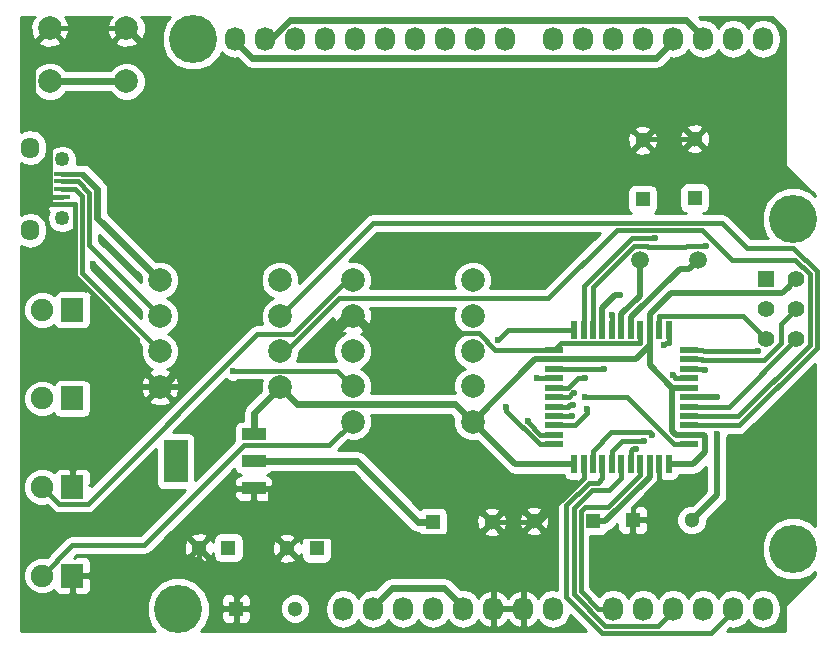
<source format=gbr>
G04 #@! TF.FileFunction,Copper,L1,Top,Signal*
%FSLAX46Y46*%
G04 Gerber Fmt 4.6, Leading zero omitted, Abs format (unit mm)*
G04 Created by KiCad (PCBNEW 4.0.5+dfsg1-4) date Mon Jun 12 20:52:57 2017*
%MOMM*%
%LPD*%
G01*
G04 APERTURE LIST*
%ADD10C,0.100000*%
%ADD11C,1.501140*%
%ADD12O,1.727200X2.032000*%
%ADD13C,4.064000*%
%ADD14R,1.300000X1.300000*%
%ADD15C,1.300000*%
%ADD16R,1.350000X0.400000*%
%ADD17O,1.250000X1.250000*%
%ADD18O,1.550000X1.800000*%
%ADD19R,1.397000X1.397000*%
%ADD20C,1.397000*%
%ADD21R,1.900000X2.000000*%
%ADD22C,1.900000*%
%ADD23C,2.000000*%
%ADD24R,1.500000X0.550000*%
%ADD25R,0.550000X1.500000*%
%ADD26C,1.998980*%
%ADD27R,2.032000X3.657600*%
%ADD28R,2.032000X1.016000*%
%ADD29C,0.600000*%
%ADD30C,0.550000*%
%ADD31C,0.400000*%
%ADD32C,0.600000*%
%ADD33C,0.254000*%
G04 APERTURE END LIST*
D10*
D11*
X164082060Y-94265000D03*
X168963940Y-94265000D03*
D12*
X138938000Y-123825000D03*
X141478000Y-123825000D03*
X144018000Y-123825000D03*
X146558000Y-123825000D03*
X149098000Y-123825000D03*
X151638000Y-123825000D03*
X154178000Y-123825000D03*
X156718000Y-123825000D03*
X161798000Y-123825000D03*
X164338000Y-123825000D03*
X166878000Y-123825000D03*
X169418000Y-123825000D03*
X171958000Y-123825000D03*
X174498000Y-123825000D03*
X129794000Y-75565000D03*
X132334000Y-75565000D03*
X134874000Y-75565000D03*
X137414000Y-75565000D03*
X139954000Y-75565000D03*
X142494000Y-75565000D03*
X145034000Y-75565000D03*
X147574000Y-75565000D03*
X150114000Y-75565000D03*
X152654000Y-75565000D03*
X156718000Y-75565000D03*
X159258000Y-75565000D03*
X161798000Y-75565000D03*
X164338000Y-75565000D03*
X166878000Y-75565000D03*
X169418000Y-75565000D03*
X171958000Y-75565000D03*
X174498000Y-75565000D03*
D13*
X124968000Y-123825000D03*
X177038000Y-118745000D03*
X126238000Y-75565000D03*
X177038000Y-90805000D03*
D14*
X164298000Y-89140000D03*
D15*
X164298000Y-84140000D03*
D14*
X168698000Y-89015000D03*
D15*
X168698000Y-84015000D03*
D14*
X136698000Y-118690000D03*
D15*
X134198000Y-118690000D03*
D14*
X160098000Y-116390000D03*
D15*
X155098000Y-116390000D03*
D14*
X129873000Y-123790000D03*
D15*
X134873000Y-123790000D03*
D14*
X163448000Y-116290000D03*
D15*
X168448000Y-116290000D03*
D16*
X115160540Y-86964100D03*
X115160540Y-87614100D03*
X115160540Y-88264100D03*
X115160540Y-88914100D03*
X115160540Y-89564100D03*
D17*
X115160540Y-85764100D03*
X115160540Y-90764100D03*
D18*
X112460540Y-84764100D03*
X112460540Y-91764100D03*
D19*
X174728000Y-95925000D03*
D20*
X177268000Y-95925000D03*
X174728000Y-98465000D03*
X177268000Y-98465000D03*
X174728000Y-101005000D03*
X177268000Y-101005000D03*
D21*
X116000000Y-98500000D03*
D22*
X113460000Y-98500000D03*
D21*
X116000000Y-106000000D03*
D22*
X113460000Y-106000000D03*
D21*
X116000000Y-113500000D03*
D22*
X113460000Y-113500000D03*
D21*
X116000000Y-121000000D03*
D22*
X113460000Y-121000000D03*
D23*
X114098000Y-79165000D03*
X114098000Y-74665000D03*
X120598000Y-79165000D03*
X120598000Y-74665000D03*
D24*
X168198000Y-109890000D03*
X168198000Y-109090000D03*
X168198000Y-108290000D03*
X168198000Y-107490000D03*
X168198000Y-106690000D03*
X168198000Y-105890000D03*
X168198000Y-105090000D03*
X168198000Y-104290000D03*
X168198000Y-103490000D03*
X168198000Y-102690000D03*
X168198000Y-101890000D03*
D25*
X166498000Y-100190000D03*
X165698000Y-100190000D03*
X164898000Y-100190000D03*
X164098000Y-100190000D03*
X163298000Y-100190000D03*
X162498000Y-100190000D03*
X161698000Y-100190000D03*
X160898000Y-100190000D03*
X160098000Y-100190000D03*
X159298000Y-100190000D03*
X158498000Y-100190000D03*
D24*
X156798000Y-101890000D03*
X156798000Y-102690000D03*
X156798000Y-103490000D03*
X156798000Y-104290000D03*
X156798000Y-105090000D03*
X156798000Y-105890000D03*
X156798000Y-106690000D03*
X156798000Y-107490000D03*
X156798000Y-108290000D03*
X156798000Y-109090000D03*
X156798000Y-109890000D03*
D25*
X158498000Y-111590000D03*
X159298000Y-111590000D03*
X160098000Y-111590000D03*
X160898000Y-111590000D03*
X161698000Y-111590000D03*
X162498000Y-111590000D03*
X163298000Y-111590000D03*
X164098000Y-111590000D03*
X164898000Y-111590000D03*
X165698000Y-111590000D03*
X166498000Y-111590000D03*
D26*
X123423000Y-95990000D03*
X133583000Y-95990000D03*
X133598000Y-99015000D03*
X123438000Y-99015000D03*
X133598000Y-102015000D03*
X123438000Y-102015000D03*
X123423000Y-105040000D03*
X133583000Y-105040000D03*
X139748000Y-107965000D03*
X149908000Y-107965000D03*
X139748000Y-104965000D03*
X149908000Y-104965000D03*
X139748000Y-101990000D03*
X149908000Y-101990000D03*
X139748000Y-99015000D03*
X149908000Y-99015000D03*
X139748000Y-95990000D03*
X149908000Y-95990000D03*
D14*
X129223000Y-118640000D03*
D15*
X126723000Y-118640000D03*
D14*
X146523000Y-116465000D03*
D15*
X151523000Y-116465000D03*
D27*
X124771000Y-111315000D03*
D28*
X131375000Y-111315000D03*
X131375000Y-109029000D03*
X131375000Y-113601000D03*
D29*
X155448000Y-92786200D03*
X141224000Y-80695800D03*
X146761200Y-80645000D03*
X151079200Y-80594200D03*
X148488400Y-92837000D03*
X117805200Y-94615000D03*
X118516400Y-92633800D03*
X120243600Y-97358200D03*
X136144000Y-102082600D03*
X125476000Y-105029000D03*
X126847600Y-101930200D03*
X118872000Y-103149400D03*
X145643600Y-104571800D03*
X144627600Y-99034600D03*
X128168400Y-109042200D03*
X168249600Y-118897400D03*
X173837600Y-117170200D03*
X165074400Y-109075300D03*
X164454100Y-109641300D03*
X174026800Y-102008100D03*
X169566700Y-103626300D03*
X163773900Y-110321500D03*
X154585200Y-107889700D03*
X155321700Y-104290000D03*
X166119000Y-101483600D03*
X158302000Y-107456000D03*
X158389700Y-106589200D03*
X158446700Y-105584000D03*
X159413600Y-105899700D03*
X159423900Y-104232500D03*
X159598800Y-106920500D03*
X161021800Y-103490000D03*
X161729500Y-98924900D03*
X162397600Y-97256700D03*
X165348300Y-92439100D03*
X169684100Y-93089400D03*
X166868000Y-103996100D03*
X152012900Y-101091500D03*
X152727600Y-106769300D03*
X129612000Y-103640100D03*
X170561000Y-108990000D03*
X170561000Y-105918000D03*
D30*
X155448000Y-92786200D02*
X148539200Y-92786200D01*
X146761200Y-80645000D02*
X151028400Y-80645000D01*
X141224000Y-80695800D02*
X146710400Y-80695800D01*
X126644400Y-80695800D02*
X141224000Y-80695800D01*
X120613600Y-74665000D02*
X126644400Y-80695800D01*
X146710400Y-80695800D02*
X146761200Y-80645000D01*
X151028400Y-80645000D02*
X151079200Y-80594200D01*
X148539200Y-92786200D02*
X148488400Y-92837000D01*
X117805200Y-94615000D02*
X117805200Y-94919800D01*
X117805200Y-94919800D02*
X120243600Y-97358200D01*
X139748000Y-99015000D02*
X139211600Y-99015000D01*
X139211600Y-99015000D02*
X136144000Y-102082600D01*
X123423000Y-105040000D02*
X125465000Y-105040000D01*
X125465000Y-105040000D02*
X125476000Y-105029000D01*
X123423000Y-105040000D02*
X123737800Y-105040000D01*
X123737800Y-105040000D02*
X126847600Y-101930200D01*
X123423000Y-105040000D02*
X120762600Y-105040000D01*
X120762600Y-105040000D02*
X118872000Y-103149400D01*
X139748000Y-99015000D02*
X140086800Y-99015000D01*
X140086800Y-99015000D02*
X145643600Y-104571800D01*
X139748000Y-99015000D02*
X141235500Y-100502500D01*
X141235500Y-100502500D02*
X143159700Y-100502500D01*
X143159700Y-100502500D02*
X144627600Y-99034600D01*
X120598000Y-74665000D02*
X120613600Y-74665000D01*
X168249600Y-118897400D02*
X172110400Y-118897400D01*
X165642200Y-116290000D02*
X168249600Y-118897400D01*
X163448000Y-116290000D02*
X165642200Y-116290000D01*
X172110400Y-118897400D02*
X173837600Y-117170200D01*
D31*
X159298000Y-111590000D02*
X159298000Y-112740300D01*
X155648300Y-116390000D02*
X159298000Y-112740300D01*
X155098000Y-116390000D02*
X155648300Y-116390000D01*
X115160540Y-89564100D02*
X114085540Y-89564100D01*
X114085540Y-89564100D02*
X114085200Y-89563760D01*
X114085200Y-89563760D02*
X114085200Y-88914100D01*
X116000000Y-113500000D02*
X116000000Y-112099700D01*
X156222900Y-101890000D02*
X155647700Y-101890000D01*
X141235500Y-100502500D02*
X150433600Y-100502500D01*
X150433600Y-100502500D02*
X151821100Y-101890000D01*
X151821100Y-101890000D02*
X155647700Y-101890000D01*
X171583000Y-106690000D02*
X177268000Y-101005000D01*
X168198000Y-106690000D02*
X171583000Y-106690000D01*
X165698000Y-112989700D02*
X165698000Y-111590000D01*
X163448000Y-115239700D02*
X165698000Y-112989700D01*
X163448000Y-116290000D02*
X163448000Y-115239700D01*
X156222900Y-101890000D02*
X156798000Y-101890000D01*
X164098000Y-100190000D02*
X164098000Y-101340300D01*
X157347700Y-101340300D02*
X156798000Y-101890000D01*
X164098000Y-101340300D02*
X157347700Y-101340300D01*
X123423000Y-105040000D02*
X121515300Y-105040000D01*
X121515300Y-106584400D02*
X121515300Y-105040000D01*
X116000000Y-112099700D02*
X121515300Y-106584400D01*
X116235800Y-95661900D02*
X116235800Y-89564100D01*
X121515300Y-100941400D02*
X116235800Y-95661900D01*
X121515300Y-105040000D02*
X121515300Y-100941400D01*
X115160500Y-88914100D02*
X114085200Y-88914100D01*
X120598000Y-74665000D02*
X114098000Y-74665000D01*
X114085200Y-82681800D02*
X114085200Y-88914100D01*
X112696000Y-81292600D02*
X114085200Y-82681800D01*
X112696000Y-76067000D02*
X112696000Y-81292600D01*
X114098000Y-74665000D02*
X112696000Y-76067000D01*
X115160500Y-89564100D02*
X115698200Y-89564100D01*
X115698200Y-89564100D02*
X116235800Y-89564100D01*
X151523000Y-116465000D02*
X150348400Y-117639600D01*
X150348400Y-117639600D02*
X134948100Y-117639600D01*
X132791300Y-115482800D02*
X134948100Y-117639600D01*
X132791300Y-113601000D02*
X132791300Y-115482800D01*
X131375000Y-113601000D02*
X132791300Y-113601000D01*
X154178000Y-123825000D02*
X152914100Y-123825000D01*
X151638000Y-118929200D02*
X151638000Y-123825000D01*
X150348400Y-117639600D02*
X151638000Y-118929200D01*
X151638000Y-123825000D02*
X152914100Y-123825000D01*
X134948100Y-117939900D02*
X134198000Y-118690000D01*
X134948100Y-117639600D02*
X134948100Y-117939900D01*
X130148300Y-122739700D02*
X129873000Y-122739700D01*
X134198000Y-118690000D02*
X130148300Y-122739700D01*
X129873000Y-123790000D02*
X129873000Y-122739700D01*
X118760600Y-119589700D02*
X117350300Y-121000000D01*
X126723000Y-119589700D02*
X118760600Y-119589700D01*
X126723000Y-118640000D02*
X126723000Y-119589700D01*
X126723000Y-119589700D02*
X129873000Y-122739700D01*
X116000000Y-121000000D02*
X117350300Y-121000000D01*
X155023000Y-116465000D02*
X155098000Y-116390000D01*
X151523000Y-116465000D02*
X155023000Y-116465000D01*
X164423000Y-84015000D02*
X164298000Y-84140000D01*
X168698000Y-84015000D02*
X164423000Y-84015000D01*
X160098000Y-111590000D02*
X160098000Y-110439700D01*
X164883500Y-108884400D02*
X165074400Y-109075300D01*
X161653300Y-108884400D02*
X164883500Y-108884400D01*
X160098000Y-110439700D02*
X161653300Y-108884400D01*
X160898000Y-111590000D02*
X160897999Y-112740001D01*
X160897999Y-112740001D02*
X160491610Y-113146390D01*
X160491610Y-113146390D02*
X159741010Y-113146390D01*
X159741010Y-113146390D02*
X157846800Y-115040600D01*
X157846800Y-115040600D02*
X157846800Y-122838400D01*
X157846800Y-122838400D02*
X160881300Y-125872900D01*
X160881300Y-125872900D02*
X170062500Y-125872900D01*
X170062500Y-125872900D02*
X171958000Y-123977400D01*
X171958000Y-123977400D02*
X171958000Y-123825000D01*
X161698000Y-111590000D02*
X161698000Y-110439700D01*
X164394000Y-109581200D02*
X164454100Y-109641300D01*
X162556500Y-109581200D02*
X164394000Y-109581200D01*
X161698000Y-110439700D02*
X162556500Y-109581200D01*
X166878000Y-123825000D02*
X166878000Y-123977400D01*
X166878000Y-123977400D02*
X165582900Y-125272500D01*
X161129900Y-125272500D02*
X158447200Y-122589800D01*
X158447200Y-122589800D02*
X158447200Y-115319300D01*
X160020100Y-113746400D02*
X161491900Y-113746400D01*
X165582900Y-125272500D02*
X161129900Y-125272500D01*
X158447200Y-115319300D02*
X160020100Y-113746400D01*
X161491900Y-113746400D02*
X162498000Y-112740300D01*
X162498000Y-112740300D02*
X162498000Y-111590000D01*
D30*
X160098000Y-116390000D02*
X161128608Y-116390000D01*
X161128608Y-116390000D02*
X164898000Y-112620608D01*
X164898000Y-112620608D02*
X164898000Y-111590000D01*
X164082060Y-94265000D02*
X164082060Y-97301032D01*
X164082060Y-97301032D02*
X162504501Y-98878591D01*
X162504501Y-98878591D02*
X162504501Y-100183499D01*
X162504501Y-100183499D02*
X162498000Y-100190000D01*
X168963940Y-94265000D02*
X168213371Y-95015569D01*
X168213371Y-95015569D02*
X167428197Y-95015569D01*
X167428197Y-95015569D02*
X163298000Y-99145766D01*
X163298000Y-99145766D02*
X163298000Y-100190000D01*
X169598000Y-110565000D02*
X168573000Y-111590000D01*
X168573000Y-111590000D02*
X166498000Y-111590000D01*
X169598000Y-109190000D02*
X169598000Y-110565000D01*
X168198000Y-109090000D02*
X169498000Y-109090000D01*
X169498000Y-109090000D02*
X169598000Y-109190000D01*
X164898000Y-100190000D02*
X164898000Y-98885092D01*
X164898000Y-98885092D02*
X166684591Y-97098501D01*
X166684591Y-97098501D02*
X176094499Y-97098501D01*
X176094499Y-97098501D02*
X176569501Y-96623499D01*
X176569501Y-96623499D02*
X177268000Y-95925000D01*
X168198000Y-109090000D02*
X167117998Y-109090000D01*
X167117998Y-109090000D02*
X166814898Y-108786900D01*
X166814898Y-108786900D02*
X166814898Y-105090000D01*
X164898000Y-101490000D02*
X164898000Y-101065000D01*
X164898000Y-101065000D02*
X164898000Y-100190000D01*
X168198000Y-105090000D02*
X166814898Y-105090000D01*
X166814898Y-105090000D02*
X164898000Y-103173102D01*
X164898000Y-103173102D02*
X164898000Y-101065000D01*
X156798000Y-102690000D02*
X163702908Y-102690000D01*
X163702908Y-102690000D02*
X164898000Y-101494908D01*
X164898000Y-101494908D02*
X164898000Y-101490000D01*
X149908000Y-107965000D02*
X153533000Y-111590000D01*
X153533000Y-111590000D02*
X158498000Y-111590000D01*
X156798000Y-102690000D02*
X155183000Y-102690000D01*
X155183000Y-102690000D02*
X149908000Y-107965000D01*
D32*
X147490400Y-122065000D02*
X143085600Y-122065000D01*
X143085600Y-122065000D02*
X141478000Y-123672600D01*
X141478000Y-123672600D02*
X141478000Y-123825000D01*
X149098000Y-123825000D02*
X149098000Y-123672600D01*
X149098000Y-123672600D02*
X147490400Y-122065000D01*
X131375000Y-109029000D02*
X131375000Y-107248000D01*
X131375000Y-107248000D02*
X133583000Y-105040000D01*
X133583000Y-105040000D02*
X135007491Y-106464491D01*
X135007491Y-106464491D02*
X148407491Y-106464491D01*
X148407491Y-106464491D02*
X148908511Y-106965511D01*
X148908511Y-106965511D02*
X149908000Y-107965000D01*
D31*
X116891681Y-87054418D02*
X116664000Y-86964100D01*
D32*
X123423000Y-95990000D02*
X118136410Y-90703410D01*
X118136410Y-90703410D02*
X118136410Y-88299147D01*
X118136410Y-88299147D02*
X117161410Y-87324147D01*
X117161410Y-87324147D02*
X116891681Y-87054418D01*
D31*
X150715500Y-107965000D02*
X149908000Y-107965000D01*
X133583000Y-105690200D02*
X133583000Y-105040000D01*
X116664000Y-86964100D02*
X115160500Y-86964100D01*
X116461400Y-87614100D02*
X115160500Y-87614100D01*
X117436400Y-88589100D02*
X116461400Y-87614100D01*
X117436400Y-93013400D02*
X117436400Y-88589100D01*
X123438000Y-99015000D02*
X117436400Y-93013400D01*
X115160500Y-88264100D02*
X116235800Y-88264100D01*
X116836100Y-88864400D02*
X116235800Y-88264100D01*
X116836100Y-95413100D02*
X116836100Y-88864400D01*
X123438000Y-102015000D02*
X116836100Y-95413100D01*
X168198000Y-101890000D02*
X169348300Y-101890000D01*
X169466400Y-102008100D02*
X174026800Y-102008100D01*
X169348300Y-101890000D02*
X169466400Y-102008100D01*
X168198000Y-103490000D02*
X169348300Y-103490000D01*
X169484600Y-103626300D02*
X169566700Y-103626300D01*
X169348300Y-103490000D02*
X169484600Y-103626300D01*
X175998000Y-99735000D02*
X177268000Y-98465000D01*
X175998000Y-101319100D02*
X175998000Y-99735000D01*
X174608700Y-102708400D02*
X175998000Y-101319100D01*
X169366700Y-102708400D02*
X174608700Y-102708400D01*
X169348300Y-102690000D02*
X169366700Y-102708400D01*
X168198000Y-102690000D02*
X169348300Y-102690000D01*
D32*
X114098000Y-79165000D02*
X120598000Y-79165000D01*
D31*
X172762700Y-99039700D02*
X165698000Y-99039700D01*
X174728000Y-101005000D02*
X172762700Y-99039700D01*
X165698000Y-100190000D02*
X165698000Y-99039700D01*
X114860400Y-114900400D02*
X113460000Y-113500000D01*
X117300300Y-114900400D02*
X114860400Y-114900400D01*
X131685700Y-100515000D02*
X117300300Y-114900400D01*
X134715900Y-100515000D02*
X131685700Y-100515000D01*
X139240900Y-95990000D02*
X134715900Y-100515000D01*
X139748000Y-95990000D02*
X139240900Y-95990000D01*
X116020400Y-118439600D02*
X113460000Y-121000000D01*
X122078100Y-118439600D02*
X116020400Y-118439600D01*
X130580300Y-109937400D02*
X122078100Y-118439600D01*
X137775600Y-109937400D02*
X130580300Y-109937400D01*
X139748000Y-107965000D02*
X137775600Y-109937400D01*
X163298000Y-111590000D02*
X163298000Y-110439700D01*
X163416200Y-110321500D02*
X163773900Y-110321500D01*
X163298000Y-110439700D02*
X163416200Y-110321500D01*
X161798000Y-123825000D02*
X160534100Y-123825000D01*
X164098000Y-112466000D02*
X164098000Y-111590000D01*
X161386700Y-115177300D02*
X164098000Y-112466000D01*
X159438300Y-115177300D02*
X161386700Y-115177300D01*
X159047600Y-115568000D02*
X159438300Y-115177300D01*
X159047600Y-122338500D02*
X159047600Y-115568000D01*
X160534100Y-123825000D02*
X159047600Y-122338500D01*
X156798000Y-109090000D02*
X155647700Y-109090000D01*
X154585200Y-108027500D02*
X155647700Y-109090000D01*
X154585200Y-107889700D02*
X154585200Y-108027500D01*
X156798000Y-104290000D02*
X155647700Y-104290000D01*
X155647700Y-104290000D02*
X155321700Y-104290000D01*
X166498000Y-100190000D02*
X166498000Y-101340300D01*
X166262300Y-101340300D02*
X166119000Y-101483600D01*
X166498000Y-101340300D02*
X166262300Y-101340300D01*
X156798000Y-107490000D02*
X157948300Y-107490000D01*
X158268000Y-107490000D02*
X158302000Y-107456000D01*
X157948300Y-107490000D02*
X158268000Y-107490000D01*
X158049100Y-106589200D02*
X158389700Y-106589200D01*
X157948300Y-106690000D02*
X158049100Y-106589200D01*
X156798000Y-106690000D02*
X157948300Y-106690000D01*
X156798000Y-105890000D02*
X157948300Y-105890000D01*
X158048500Y-105890000D02*
X157948300Y-105890000D01*
X158354500Y-105584000D02*
X158048500Y-105890000D01*
X158446700Y-105584000D02*
X158354500Y-105584000D01*
X162971700Y-105899700D02*
X159413600Y-105899700D01*
X166962000Y-109890000D02*
X162971700Y-105899700D01*
X168198000Y-109890000D02*
X166962000Y-109890000D01*
X156798000Y-105090000D02*
X157948300Y-105090000D01*
X158805800Y-104232500D02*
X159423900Y-104232500D01*
X157948300Y-105090000D02*
X158805800Y-104232500D01*
X156798000Y-108290000D02*
X157948300Y-108290000D01*
X159598800Y-107223400D02*
X159598800Y-106920500D01*
X158532200Y-108290000D02*
X159598800Y-107223400D01*
X157948300Y-108290000D02*
X158532200Y-108290000D01*
X156798000Y-103490000D02*
X161021800Y-103490000D01*
D32*
X129794000Y-75565000D02*
X129794000Y-75717400D01*
X129794000Y-75717400D02*
X131257600Y-77181000D01*
X131257600Y-77181000D02*
X165414400Y-77181000D01*
X166878000Y-75717400D02*
X166878000Y-75565000D01*
X165414400Y-77181000D02*
X166878000Y-75717400D01*
D31*
X161698000Y-98956400D02*
X161729500Y-98924900D01*
X161698000Y-100190000D02*
X161698000Y-98956400D01*
D30*
X162397600Y-97256700D02*
X161973336Y-97256700D01*
X161973336Y-97256700D02*
X160898000Y-98332036D01*
X160898000Y-98332036D02*
X160898000Y-98890000D01*
X160898000Y-98890000D02*
X160898000Y-100190000D01*
D32*
X132334000Y-75565000D02*
X132793165Y-75565000D01*
X132793165Y-75565000D02*
X134409165Y-73949000D01*
X134409165Y-73949000D02*
X167954400Y-73949000D01*
X167954400Y-73949000D02*
X169418000Y-75412600D01*
X169418000Y-75412600D02*
X169418000Y-75565000D01*
D31*
X163363100Y-92439100D02*
X165348300Y-92439100D01*
X159298000Y-96504200D02*
X163363100Y-92439100D01*
X159298000Y-100190000D02*
X159298000Y-96504200D01*
X168015800Y-93089400D02*
X169684100Y-93089400D01*
X167915700Y-93189500D02*
X168015800Y-93089400D01*
X164731600Y-93189500D02*
X167915700Y-93189500D01*
X164631600Y-93089500D02*
X164731600Y-93189500D01*
X163605100Y-93089500D02*
X164631600Y-93089500D01*
X160098000Y-96596600D02*
X163605100Y-93089500D01*
X160098000Y-100190000D02*
X160098000Y-96596600D01*
X134116300Y-102015000D02*
X133598000Y-102015000D01*
X138628800Y-97502500D02*
X134116300Y-102015000D01*
X156327300Y-97502500D02*
X138628800Y-97502500D01*
X162091000Y-91738800D02*
X156327300Y-97502500D01*
X169324300Y-91738800D02*
X162091000Y-91738800D01*
X171882700Y-94297200D02*
X169324300Y-91738800D01*
X177237600Y-94297200D02*
X171882700Y-94297200D01*
X178434500Y-95494100D02*
X177237600Y-94297200D01*
X178434500Y-101446500D02*
X178434500Y-95494100D01*
X172391000Y-107490000D02*
X178434500Y-101446500D01*
X168198000Y-107490000D02*
X172391000Y-107490000D01*
X141474500Y-91138500D02*
X133598000Y-99015000D01*
X170992100Y-91138500D02*
X141474500Y-91138500D01*
X173108300Y-93254700D02*
X170992100Y-91138500D01*
X177044200Y-93254700D02*
X173108300Y-93254700D01*
X179034900Y-95245400D02*
X177044200Y-93254700D01*
X179034900Y-101703500D02*
X179034900Y-95245400D01*
X172448400Y-108290000D02*
X179034900Y-101703500D01*
X168198000Y-108290000D02*
X172448400Y-108290000D01*
X168198000Y-104290000D02*
X167047700Y-104290000D01*
X167047700Y-104175800D02*
X167047700Y-104290000D01*
X166868000Y-103996100D02*
X167047700Y-104175800D01*
X152914400Y-100190000D02*
X158498000Y-100190000D01*
X152012900Y-101091500D02*
X152914400Y-100190000D01*
X152727700Y-106769300D02*
X152727600Y-106769300D01*
X152727700Y-107027200D02*
X152727700Y-106769300D01*
X155590500Y-109890000D02*
X152727700Y-107027200D01*
X156798000Y-109890000D02*
X155590500Y-109890000D01*
D32*
X146523000Y-116465000D02*
X145273000Y-116465000D01*
X145273000Y-116465000D02*
X140123000Y-111315000D01*
X140123000Y-111315000D02*
X132991000Y-111315000D01*
X132991000Y-111315000D02*
X131375000Y-111315000D01*
D31*
X138423100Y-103640100D02*
X129612000Y-103640100D01*
X139748000Y-104965000D02*
X138423100Y-103640100D01*
D30*
X170561000Y-108990000D02*
X170561000Y-114177000D01*
X170561000Y-114177000D02*
X168448000Y-116290000D01*
X168198000Y-105890000D02*
X170533000Y-105890000D01*
X170533000Y-105890000D02*
X170561000Y-105918000D01*
D33*
G36*
X178868000Y-116803193D02*
X178550707Y-116485345D01*
X177570827Y-116078464D01*
X176509828Y-116077538D01*
X175529239Y-116482709D01*
X174778345Y-117232293D01*
X174371464Y-118212173D01*
X174370538Y-119273172D01*
X174775709Y-120253761D01*
X175525293Y-121004655D01*
X176505173Y-121411536D01*
X177566172Y-121412462D01*
X178546761Y-121007291D01*
X178868000Y-120686612D01*
X178868000Y-120990909D01*
X176535954Y-123322954D01*
X176382046Y-123553295D01*
X176328000Y-123825000D01*
X176328000Y-125655000D01*
X171461268Y-125655000D01*
X171666004Y-125450264D01*
X171958000Y-125508345D01*
X172531489Y-125394271D01*
X173017670Y-125069415D01*
X173228000Y-124754634D01*
X173438330Y-125069415D01*
X173924511Y-125394271D01*
X174498000Y-125508345D01*
X175071489Y-125394271D01*
X175557670Y-125069415D01*
X175882526Y-124583234D01*
X175996600Y-124009745D01*
X175996600Y-123640255D01*
X175882526Y-123066766D01*
X175557670Y-122580585D01*
X175071489Y-122255729D01*
X174498000Y-122141655D01*
X173924511Y-122255729D01*
X173438330Y-122580585D01*
X173228000Y-122895366D01*
X173017670Y-122580585D01*
X172531489Y-122255729D01*
X171958000Y-122141655D01*
X171384511Y-122255729D01*
X170898330Y-122580585D01*
X170688000Y-122895366D01*
X170477670Y-122580585D01*
X169991489Y-122255729D01*
X169418000Y-122141655D01*
X168844511Y-122255729D01*
X168358330Y-122580585D01*
X168148000Y-122895366D01*
X167937670Y-122580585D01*
X167451489Y-122255729D01*
X166878000Y-122141655D01*
X166304511Y-122255729D01*
X165818330Y-122580585D01*
X165608000Y-122895366D01*
X165397670Y-122580585D01*
X164911489Y-122255729D01*
X164338000Y-122141655D01*
X163764511Y-122255729D01*
X163278330Y-122580585D01*
X163068000Y-122895366D01*
X162857670Y-122580585D01*
X162371489Y-122255729D01*
X161798000Y-122141655D01*
X161224511Y-122255729D01*
X160738330Y-122580585D01*
X160631074Y-122741106D01*
X159882600Y-121992632D01*
X159882600Y-117687440D01*
X160748000Y-117687440D01*
X160983317Y-117643162D01*
X161199441Y-117504090D01*
X161344431Y-117291890D01*
X161351778Y-117255608D01*
X161476850Y-117230730D01*
X161772075Y-117033467D01*
X162163000Y-116642542D01*
X162163000Y-117066310D01*
X162259673Y-117299699D01*
X162438302Y-117478327D01*
X162671691Y-117575000D01*
X163162250Y-117575000D01*
X163321000Y-117416250D01*
X163321000Y-116417000D01*
X163575000Y-116417000D01*
X163575000Y-117416250D01*
X163733750Y-117575000D01*
X164224309Y-117575000D01*
X164457698Y-117478327D01*
X164636327Y-117299699D01*
X164733000Y-117066310D01*
X164733000Y-116575750D01*
X164574250Y-116417000D01*
X163575000Y-116417000D01*
X163321000Y-116417000D01*
X163301000Y-116417000D01*
X163301000Y-116163000D01*
X163321000Y-116163000D01*
X163321000Y-116143000D01*
X163575000Y-116143000D01*
X163575000Y-116163000D01*
X164574250Y-116163000D01*
X164733000Y-116004250D01*
X164733000Y-115513690D01*
X164636327Y-115280301D01*
X164457698Y-115101673D01*
X164224309Y-115005000D01*
X163800542Y-115005000D01*
X165541467Y-113264075D01*
X165734621Y-112975000D01*
X165825002Y-112975000D01*
X165825002Y-112836600D01*
X165889245Y-112880495D01*
X165983750Y-112975000D01*
X166099310Y-112975000D01*
X166119753Y-112966532D01*
X166223000Y-112987440D01*
X166773000Y-112987440D01*
X167008317Y-112943162D01*
X167224441Y-112804090D01*
X167369431Y-112591890D01*
X167388039Y-112500000D01*
X168573000Y-112500000D01*
X168921242Y-112430730D01*
X169216467Y-112233467D01*
X169651000Y-111798934D01*
X169651000Y-113800066D01*
X168446069Y-115004997D01*
X168193519Y-115004777D01*
X167721057Y-115199995D01*
X167359265Y-115561155D01*
X167163223Y-116033276D01*
X167162777Y-116544481D01*
X167357995Y-117016943D01*
X167719155Y-117378735D01*
X168191276Y-117574777D01*
X168702481Y-117575223D01*
X169174943Y-117380005D01*
X169536735Y-117018845D01*
X169732777Y-116546724D01*
X169732999Y-116291935D01*
X171204467Y-114820467D01*
X171401730Y-114525242D01*
X171471000Y-114177000D01*
X171471000Y-109236615D01*
X171495838Y-109176799D01*
X171495883Y-109125000D01*
X172448400Y-109125000D01*
X172767941Y-109061439D01*
X173038834Y-108880434D01*
X178868000Y-103051268D01*
X178868000Y-116803193D01*
X178868000Y-116803193D01*
G37*
X178868000Y-116803193D02*
X178550707Y-116485345D01*
X177570827Y-116078464D01*
X176509828Y-116077538D01*
X175529239Y-116482709D01*
X174778345Y-117232293D01*
X174371464Y-118212173D01*
X174370538Y-119273172D01*
X174775709Y-120253761D01*
X175525293Y-121004655D01*
X176505173Y-121411536D01*
X177566172Y-121412462D01*
X178546761Y-121007291D01*
X178868000Y-120686612D01*
X178868000Y-120990909D01*
X176535954Y-123322954D01*
X176382046Y-123553295D01*
X176328000Y-123825000D01*
X176328000Y-125655000D01*
X171461268Y-125655000D01*
X171666004Y-125450264D01*
X171958000Y-125508345D01*
X172531489Y-125394271D01*
X173017670Y-125069415D01*
X173228000Y-124754634D01*
X173438330Y-125069415D01*
X173924511Y-125394271D01*
X174498000Y-125508345D01*
X175071489Y-125394271D01*
X175557670Y-125069415D01*
X175882526Y-124583234D01*
X175996600Y-124009745D01*
X175996600Y-123640255D01*
X175882526Y-123066766D01*
X175557670Y-122580585D01*
X175071489Y-122255729D01*
X174498000Y-122141655D01*
X173924511Y-122255729D01*
X173438330Y-122580585D01*
X173228000Y-122895366D01*
X173017670Y-122580585D01*
X172531489Y-122255729D01*
X171958000Y-122141655D01*
X171384511Y-122255729D01*
X170898330Y-122580585D01*
X170688000Y-122895366D01*
X170477670Y-122580585D01*
X169991489Y-122255729D01*
X169418000Y-122141655D01*
X168844511Y-122255729D01*
X168358330Y-122580585D01*
X168148000Y-122895366D01*
X167937670Y-122580585D01*
X167451489Y-122255729D01*
X166878000Y-122141655D01*
X166304511Y-122255729D01*
X165818330Y-122580585D01*
X165608000Y-122895366D01*
X165397670Y-122580585D01*
X164911489Y-122255729D01*
X164338000Y-122141655D01*
X163764511Y-122255729D01*
X163278330Y-122580585D01*
X163068000Y-122895366D01*
X162857670Y-122580585D01*
X162371489Y-122255729D01*
X161798000Y-122141655D01*
X161224511Y-122255729D01*
X160738330Y-122580585D01*
X160631074Y-122741106D01*
X159882600Y-121992632D01*
X159882600Y-117687440D01*
X160748000Y-117687440D01*
X160983317Y-117643162D01*
X161199441Y-117504090D01*
X161344431Y-117291890D01*
X161351778Y-117255608D01*
X161476850Y-117230730D01*
X161772075Y-117033467D01*
X162163000Y-116642542D01*
X162163000Y-117066310D01*
X162259673Y-117299699D01*
X162438302Y-117478327D01*
X162671691Y-117575000D01*
X163162250Y-117575000D01*
X163321000Y-117416250D01*
X163321000Y-116417000D01*
X163575000Y-116417000D01*
X163575000Y-117416250D01*
X163733750Y-117575000D01*
X164224309Y-117575000D01*
X164457698Y-117478327D01*
X164636327Y-117299699D01*
X164733000Y-117066310D01*
X164733000Y-116575750D01*
X164574250Y-116417000D01*
X163575000Y-116417000D01*
X163321000Y-116417000D01*
X163301000Y-116417000D01*
X163301000Y-116163000D01*
X163321000Y-116163000D01*
X163321000Y-116143000D01*
X163575000Y-116143000D01*
X163575000Y-116163000D01*
X164574250Y-116163000D01*
X164733000Y-116004250D01*
X164733000Y-115513690D01*
X164636327Y-115280301D01*
X164457698Y-115101673D01*
X164224309Y-115005000D01*
X163800542Y-115005000D01*
X165541467Y-113264075D01*
X165734621Y-112975000D01*
X165825002Y-112975000D01*
X165825002Y-112836600D01*
X165889245Y-112880495D01*
X165983750Y-112975000D01*
X166099310Y-112975000D01*
X166119753Y-112966532D01*
X166223000Y-112987440D01*
X166773000Y-112987440D01*
X167008317Y-112943162D01*
X167224441Y-112804090D01*
X167369431Y-112591890D01*
X167388039Y-112500000D01*
X168573000Y-112500000D01*
X168921242Y-112430730D01*
X169216467Y-112233467D01*
X169651000Y-111798934D01*
X169651000Y-113800066D01*
X168446069Y-115004997D01*
X168193519Y-115004777D01*
X167721057Y-115199995D01*
X167359265Y-115561155D01*
X167163223Y-116033276D01*
X167162777Y-116544481D01*
X167357995Y-117016943D01*
X167719155Y-117378735D01*
X168191276Y-117574777D01*
X168702481Y-117575223D01*
X169174943Y-117380005D01*
X169536735Y-117018845D01*
X169732777Y-116546724D01*
X169732999Y-116291935D01*
X171204467Y-114820467D01*
X171401730Y-114525242D01*
X171471000Y-114177000D01*
X171471000Y-109236615D01*
X171495838Y-109176799D01*
X171495883Y-109125000D01*
X172448400Y-109125000D01*
X172767941Y-109061439D01*
X173038834Y-108880434D01*
X178868000Y-103051268D01*
X178868000Y-116803193D01*
G36*
X112678613Y-73790736D02*
X112452092Y-74400461D01*
X112476144Y-75050460D01*
X112678613Y-75539264D01*
X112945468Y-75637927D01*
X113918395Y-74665000D01*
X113904253Y-74650858D01*
X114083858Y-74471253D01*
X114098000Y-74485395D01*
X114112143Y-74471253D01*
X114291748Y-74650858D01*
X114277605Y-74665000D01*
X115250532Y-75637927D01*
X115517387Y-75539264D01*
X115743908Y-74929539D01*
X115719856Y-74279540D01*
X115517387Y-73790736D01*
X115366637Y-73735000D01*
X119329363Y-73735000D01*
X119178613Y-73790736D01*
X118952092Y-74400461D01*
X118976144Y-75050460D01*
X119178613Y-75539264D01*
X119445468Y-75637927D01*
X120418395Y-74665000D01*
X120404253Y-74650858D01*
X120583858Y-74471253D01*
X120598000Y-74485395D01*
X120612143Y-74471253D01*
X120791748Y-74650858D01*
X120777605Y-74665000D01*
X121750532Y-75637927D01*
X122017387Y-75539264D01*
X122243908Y-74929539D01*
X122219856Y-74279540D01*
X122017387Y-73790736D01*
X121866637Y-73735000D01*
X124296193Y-73735000D01*
X123978345Y-74052293D01*
X123571464Y-75032173D01*
X123570538Y-76093172D01*
X123975709Y-77073761D01*
X124725293Y-77824655D01*
X125705173Y-78231536D01*
X126766172Y-78232462D01*
X127746761Y-77827291D01*
X128497655Y-77077707D01*
X128657071Y-76693789D01*
X128734330Y-76809415D01*
X129220511Y-77134271D01*
X129794000Y-77248345D01*
X129968037Y-77213727D01*
X130596455Y-77842145D01*
X130899791Y-78044827D01*
X131257600Y-78116000D01*
X165414400Y-78116000D01*
X165772209Y-78044827D01*
X166075545Y-77842145D01*
X166703963Y-77213727D01*
X166878000Y-77248345D01*
X167451489Y-77134271D01*
X167937670Y-76809415D01*
X168148000Y-76494634D01*
X168358330Y-76809415D01*
X168844511Y-77134271D01*
X169418000Y-77248345D01*
X169991489Y-77134271D01*
X170477670Y-76809415D01*
X170688000Y-76494634D01*
X170898330Y-76809415D01*
X171384511Y-77134271D01*
X171958000Y-77248345D01*
X172531489Y-77134271D01*
X173017670Y-76809415D01*
X173228000Y-76494634D01*
X173438330Y-76809415D01*
X173924511Y-77134271D01*
X174498000Y-77248345D01*
X175071489Y-77134271D01*
X175557670Y-76809415D01*
X175882526Y-76323234D01*
X175996600Y-75749745D01*
X175996600Y-75380255D01*
X175882526Y-74806766D01*
X175557670Y-74320585D01*
X175071489Y-73995729D01*
X174498000Y-73881655D01*
X173924511Y-73995729D01*
X173438330Y-74320585D01*
X173228000Y-74635366D01*
X173017670Y-74320585D01*
X172531489Y-73995729D01*
X171958000Y-73881655D01*
X171384511Y-73995729D01*
X170898330Y-74320585D01*
X170688000Y-74635366D01*
X170477670Y-74320585D01*
X169991489Y-73995729D01*
X169418000Y-73881655D01*
X169243963Y-73916273D01*
X169062690Y-73735000D01*
X175219908Y-73735000D01*
X176328000Y-74843091D01*
X176328000Y-85979000D01*
X176382046Y-86250705D01*
X176535954Y-86481046D01*
X178868000Y-88813091D01*
X178868000Y-88863193D01*
X178550707Y-88545345D01*
X177570827Y-88138464D01*
X176509828Y-88137538D01*
X175529239Y-88542709D01*
X174778345Y-89292293D01*
X174371464Y-90272173D01*
X174370538Y-91333172D01*
X174775709Y-92313761D01*
X174881463Y-92419700D01*
X173454168Y-92419700D01*
X171582534Y-90548066D01*
X171311641Y-90367061D01*
X170992100Y-90303500D01*
X169395512Y-90303500D01*
X169583317Y-90268162D01*
X169799441Y-90129090D01*
X169944431Y-89916890D01*
X169995440Y-89665000D01*
X169995440Y-88365000D01*
X169951162Y-88129683D01*
X169812090Y-87913559D01*
X169599890Y-87768569D01*
X169348000Y-87717560D01*
X168048000Y-87717560D01*
X167812683Y-87761838D01*
X167596559Y-87900910D01*
X167451569Y-88113110D01*
X167400560Y-88365000D01*
X167400560Y-89665000D01*
X167444838Y-89900317D01*
X167583910Y-90116441D01*
X167796110Y-90261431D01*
X168003853Y-90303500D01*
X165322656Y-90303500D01*
X165399441Y-90254090D01*
X165544431Y-90041890D01*
X165595440Y-89790000D01*
X165595440Y-88490000D01*
X165551162Y-88254683D01*
X165412090Y-88038559D01*
X165199890Y-87893569D01*
X164948000Y-87842560D01*
X163648000Y-87842560D01*
X163412683Y-87886838D01*
X163196559Y-88025910D01*
X163051569Y-88238110D01*
X163000560Y-88490000D01*
X163000560Y-89790000D01*
X163044838Y-90025317D01*
X163183910Y-90241441D01*
X163274736Y-90303500D01*
X141474500Y-90303500D01*
X141154959Y-90367061D01*
X140884066Y-90548066D01*
X135217295Y-96214837D01*
X135217774Y-95666306D01*
X134969462Y-95065345D01*
X134510073Y-94605154D01*
X133909547Y-94355794D01*
X133259306Y-94355226D01*
X132658345Y-94603538D01*
X132198154Y-95062927D01*
X131948794Y-95663453D01*
X131948226Y-96313694D01*
X132196538Y-96914655D01*
X132655927Y-97374846D01*
X132970848Y-97505612D01*
X132673345Y-97628538D01*
X132213154Y-98087927D01*
X131963794Y-98688453D01*
X131963226Y-99338694D01*
X132104251Y-99680000D01*
X131685700Y-99680000D01*
X131366160Y-99743560D01*
X131095266Y-99924566D01*
X117585000Y-113434832D01*
X117585000Y-113372998D01*
X117426252Y-113372998D01*
X117585000Y-113214250D01*
X117585000Y-112373691D01*
X117488327Y-112140302D01*
X117309699Y-111961673D01*
X117076310Y-111865000D01*
X116285750Y-111865000D01*
X116127000Y-112023750D01*
X116127000Y-113373000D01*
X116147000Y-113373000D01*
X116147000Y-113627000D01*
X116127000Y-113627000D01*
X116127000Y-113647000D01*
X115873000Y-113647000D01*
X115873000Y-113627000D01*
X115853000Y-113627000D01*
X115853000Y-113373000D01*
X115873000Y-113373000D01*
X115873000Y-112023750D01*
X115714250Y-111865000D01*
X114923690Y-111865000D01*
X114690301Y-111961673D01*
X114511673Y-112140302D01*
X114461988Y-112260251D01*
X114359003Y-112157086D01*
X113776659Y-111915276D01*
X113146107Y-111914725D01*
X112563343Y-112155519D01*
X112117086Y-112600997D01*
X111875276Y-113183341D01*
X111874725Y-113813893D01*
X112115519Y-114396657D01*
X112560997Y-114842914D01*
X113143341Y-115084724D01*
X113773893Y-115085275D01*
X113837942Y-115058810D01*
X114269966Y-115490834D01*
X114540860Y-115671840D01*
X114860400Y-115735400D01*
X117300300Y-115735400D01*
X117619841Y-115671839D01*
X117890734Y-115490834D01*
X123107560Y-110274008D01*
X123107560Y-113143800D01*
X123151838Y-113379117D01*
X123290910Y-113595241D01*
X123503110Y-113740231D01*
X123755000Y-113791240D01*
X125545592Y-113791240D01*
X121732232Y-117604600D01*
X116020400Y-117604600D01*
X115700859Y-117668161D01*
X115429966Y-117849166D01*
X113838272Y-119440860D01*
X113776659Y-119415276D01*
X113146107Y-119414725D01*
X112563343Y-119655519D01*
X112117086Y-120100997D01*
X111875276Y-120683341D01*
X111874725Y-121313893D01*
X112115519Y-121896657D01*
X112560997Y-122342914D01*
X113143341Y-122584724D01*
X113773893Y-122585275D01*
X114356657Y-122344481D01*
X114461867Y-122239455D01*
X114511673Y-122359698D01*
X114690301Y-122538327D01*
X114923690Y-122635000D01*
X115714250Y-122635000D01*
X115873000Y-122476250D01*
X115873000Y-121127000D01*
X116127000Y-121127000D01*
X116127000Y-122476250D01*
X116285750Y-122635000D01*
X117076310Y-122635000D01*
X117309699Y-122538327D01*
X117488327Y-122359698D01*
X117585000Y-122126309D01*
X117585000Y-121285750D01*
X117426250Y-121127000D01*
X116127000Y-121127000D01*
X115873000Y-121127000D01*
X115853000Y-121127000D01*
X115853000Y-120873000D01*
X115873000Y-120873000D01*
X115873000Y-120853000D01*
X116127000Y-120853000D01*
X116127000Y-120873000D01*
X117426250Y-120873000D01*
X117585000Y-120714250D01*
X117585000Y-119873691D01*
X117488327Y-119640302D01*
X117387042Y-119539016D01*
X126003590Y-119539016D01*
X126059271Y-119769611D01*
X126542078Y-119937622D01*
X127052428Y-119908083D01*
X127386729Y-119769611D01*
X127442410Y-119539016D01*
X126723000Y-118819605D01*
X126003590Y-119539016D01*
X117387042Y-119539016D01*
X117309699Y-119461673D01*
X117076310Y-119365000D01*
X116285750Y-119365000D01*
X116127002Y-119523748D01*
X116127002Y-119513866D01*
X116366268Y-119274600D01*
X122078100Y-119274600D01*
X122397641Y-119211039D01*
X122668534Y-119030034D01*
X123239490Y-118459078D01*
X125425378Y-118459078D01*
X125454917Y-118969428D01*
X125593389Y-119303729D01*
X125823984Y-119359410D01*
X126543395Y-118640000D01*
X126902605Y-118640000D01*
X127622016Y-119359410D01*
X127852611Y-119303729D01*
X127925560Y-119094098D01*
X127925560Y-119290000D01*
X127969838Y-119525317D01*
X128108910Y-119741441D01*
X128321110Y-119886431D01*
X128573000Y-119937440D01*
X129873000Y-119937440D01*
X130108317Y-119893162D01*
X130324441Y-119754090D01*
X130437231Y-119589016D01*
X133478590Y-119589016D01*
X133534271Y-119819611D01*
X134017078Y-119987622D01*
X134527428Y-119958083D01*
X134861729Y-119819611D01*
X134917410Y-119589016D01*
X134198000Y-118869605D01*
X133478590Y-119589016D01*
X130437231Y-119589016D01*
X130469431Y-119541890D01*
X130520440Y-119290000D01*
X130520440Y-118509078D01*
X132900378Y-118509078D01*
X132929917Y-119019428D01*
X133068389Y-119353729D01*
X133298984Y-119409410D01*
X134018395Y-118690000D01*
X134377605Y-118690000D01*
X135097016Y-119409410D01*
X135327611Y-119353729D01*
X135400560Y-119144098D01*
X135400560Y-119340000D01*
X135444838Y-119575317D01*
X135583910Y-119791441D01*
X135796110Y-119936431D01*
X136048000Y-119987440D01*
X137348000Y-119987440D01*
X137583317Y-119943162D01*
X137799441Y-119804090D01*
X137944431Y-119591890D01*
X137995440Y-119340000D01*
X137995440Y-118040000D01*
X137951162Y-117804683D01*
X137812090Y-117588559D01*
X137599890Y-117443569D01*
X137348000Y-117392560D01*
X136048000Y-117392560D01*
X135812683Y-117436838D01*
X135596559Y-117575910D01*
X135451569Y-117788110D01*
X135400560Y-118040000D01*
X135400560Y-118202385D01*
X135327611Y-118026271D01*
X135097016Y-117970590D01*
X134377605Y-118690000D01*
X134018395Y-118690000D01*
X133298984Y-117970590D01*
X133068389Y-118026271D01*
X132900378Y-118509078D01*
X130520440Y-118509078D01*
X130520440Y-117990000D01*
X130482993Y-117790984D01*
X133478590Y-117790984D01*
X134198000Y-118510395D01*
X134917410Y-117790984D01*
X134861729Y-117560389D01*
X134378922Y-117392378D01*
X133868572Y-117421917D01*
X133534271Y-117560389D01*
X133478590Y-117790984D01*
X130482993Y-117790984D01*
X130476162Y-117754683D01*
X130337090Y-117538559D01*
X130124890Y-117393569D01*
X129873000Y-117342560D01*
X128573000Y-117342560D01*
X128337683Y-117386838D01*
X128121559Y-117525910D01*
X127976569Y-117738110D01*
X127925560Y-117990000D01*
X127925560Y-118152385D01*
X127852611Y-117976271D01*
X127622016Y-117920590D01*
X126902605Y-118640000D01*
X126543395Y-118640000D01*
X125823984Y-117920590D01*
X125593389Y-117976271D01*
X125425378Y-118459078D01*
X123239490Y-118459078D01*
X123957584Y-117740984D01*
X126003590Y-117740984D01*
X126723000Y-118460395D01*
X127442410Y-117740984D01*
X127386729Y-117510389D01*
X126903922Y-117342378D01*
X126393572Y-117371917D01*
X126059271Y-117510389D01*
X126003590Y-117740984D01*
X123957584Y-117740984D01*
X127811818Y-113886750D01*
X129724000Y-113886750D01*
X129724000Y-114235309D01*
X129820673Y-114468698D01*
X129999301Y-114647327D01*
X130232690Y-114744000D01*
X131089250Y-114744000D01*
X131248000Y-114585250D01*
X131248000Y-113728000D01*
X131502000Y-113728000D01*
X131502000Y-114585250D01*
X131660750Y-114744000D01*
X132517310Y-114744000D01*
X132750699Y-114647327D01*
X132929327Y-114468698D01*
X133026000Y-114235309D01*
X133026000Y-113886750D01*
X132867250Y-113728000D01*
X131502000Y-113728000D01*
X131248000Y-113728000D01*
X129882750Y-113728000D01*
X129724000Y-113886750D01*
X127811818Y-113886750D01*
X129737533Y-111961035D01*
X129755838Y-112058317D01*
X129894910Y-112274441D01*
X130107110Y-112419431D01*
X130297569Y-112458000D01*
X130232690Y-112458000D01*
X129999301Y-112554673D01*
X129820673Y-112733302D01*
X129724000Y-112966691D01*
X129724000Y-113315250D01*
X129882750Y-113474000D01*
X131248000Y-113474000D01*
X131248000Y-113454000D01*
X131502000Y-113454000D01*
X131502000Y-113474000D01*
X132867250Y-113474000D01*
X133026000Y-113315250D01*
X133026000Y-112966691D01*
X132929327Y-112733302D01*
X132750699Y-112554673D01*
X132517310Y-112458000D01*
X132457113Y-112458000D01*
X132626317Y-112426162D01*
X132842441Y-112287090D01*
X132867784Y-112250000D01*
X139735710Y-112250000D01*
X144611855Y-117126145D01*
X144915191Y-117328827D01*
X145273000Y-117400000D01*
X145301808Y-117400000D01*
X145408910Y-117566441D01*
X145621110Y-117711431D01*
X145873000Y-117762440D01*
X147173000Y-117762440D01*
X147408317Y-117718162D01*
X147624441Y-117579090D01*
X147769431Y-117366890D01*
X147770012Y-117364016D01*
X150803590Y-117364016D01*
X150859271Y-117594611D01*
X151342078Y-117762622D01*
X151852428Y-117733083D01*
X152186729Y-117594611D01*
X152242410Y-117364016D01*
X152167411Y-117289016D01*
X154378590Y-117289016D01*
X154434271Y-117519611D01*
X154917078Y-117687622D01*
X155427428Y-117658083D01*
X155761729Y-117519611D01*
X155817410Y-117289016D01*
X155098000Y-116569605D01*
X154378590Y-117289016D01*
X152167411Y-117289016D01*
X151523000Y-116644605D01*
X150803590Y-117364016D01*
X147770012Y-117364016D01*
X147820440Y-117115000D01*
X147820440Y-116284078D01*
X150225378Y-116284078D01*
X150254917Y-116794428D01*
X150393389Y-117128729D01*
X150623984Y-117184410D01*
X151343395Y-116465000D01*
X151702605Y-116465000D01*
X152422016Y-117184410D01*
X152652611Y-117128729D01*
X152820622Y-116645922D01*
X152795338Y-116209078D01*
X153800378Y-116209078D01*
X153829917Y-116719428D01*
X153968389Y-117053729D01*
X154198984Y-117109410D01*
X154918395Y-116390000D01*
X155277605Y-116390000D01*
X155997016Y-117109410D01*
X156227611Y-117053729D01*
X156395622Y-116570922D01*
X156366083Y-116060572D01*
X156227611Y-115726271D01*
X155997016Y-115670590D01*
X155277605Y-116390000D01*
X154918395Y-116390000D01*
X154198984Y-115670590D01*
X153968389Y-115726271D01*
X153800378Y-116209078D01*
X152795338Y-116209078D01*
X152791083Y-116135572D01*
X152652611Y-115801271D01*
X152422016Y-115745590D01*
X151702605Y-116465000D01*
X151343395Y-116465000D01*
X150623984Y-115745590D01*
X150393389Y-115801271D01*
X150225378Y-116284078D01*
X147820440Y-116284078D01*
X147820440Y-115815000D01*
X147776162Y-115579683D01*
X147767347Y-115565984D01*
X150803590Y-115565984D01*
X151523000Y-116285395D01*
X152242410Y-115565984D01*
X152224301Y-115490984D01*
X154378590Y-115490984D01*
X155098000Y-116210395D01*
X155817410Y-115490984D01*
X155761729Y-115260389D01*
X155278922Y-115092378D01*
X154768572Y-115121917D01*
X154434271Y-115260389D01*
X154378590Y-115490984D01*
X152224301Y-115490984D01*
X152186729Y-115335389D01*
X151703922Y-115167378D01*
X151193572Y-115196917D01*
X150859271Y-115335389D01*
X150803590Y-115565984D01*
X147767347Y-115565984D01*
X147637090Y-115363559D01*
X147424890Y-115218569D01*
X147173000Y-115167560D01*
X145873000Y-115167560D01*
X145637683Y-115211838D01*
X145457848Y-115327558D01*
X140784145Y-110653855D01*
X140480809Y-110451173D01*
X140123000Y-110380000D01*
X138513868Y-110380000D01*
X139331863Y-109562005D01*
X139421453Y-109599206D01*
X140071694Y-109599774D01*
X140672655Y-109351462D01*
X141132846Y-108892073D01*
X141382206Y-108291547D01*
X141382774Y-107641306D01*
X141282858Y-107399491D01*
X148020201Y-107399491D01*
X148273781Y-107653071D01*
X148273226Y-108288694D01*
X148521538Y-108889655D01*
X148980927Y-109349846D01*
X149581453Y-109599206D01*
X150231694Y-109599774D01*
X150248780Y-109592714D01*
X152889533Y-112233467D01*
X153184758Y-112430730D01*
X153533000Y-112500000D01*
X157605666Y-112500000D01*
X157619838Y-112575317D01*
X157758910Y-112791441D01*
X157971110Y-112936431D01*
X158223000Y-112987440D01*
X158719092Y-112987440D01*
X157256366Y-114450166D01*
X157075361Y-114721059D01*
X157011800Y-115040600D01*
X157011800Y-122200095D01*
X156718000Y-122141655D01*
X156144511Y-122255729D01*
X155658330Y-122580585D01*
X155451539Y-122890069D01*
X155080036Y-122474268D01*
X154552791Y-122220291D01*
X154537026Y-122217642D01*
X154305000Y-122338783D01*
X154305000Y-123698000D01*
X154325000Y-123698000D01*
X154325000Y-123952000D01*
X154305000Y-123952000D01*
X154305000Y-125311217D01*
X154537026Y-125432358D01*
X154552791Y-125429709D01*
X155080036Y-125175732D01*
X155451539Y-124759931D01*
X155658330Y-125069415D01*
X156144511Y-125394271D01*
X156718000Y-125508345D01*
X157291489Y-125394271D01*
X157777670Y-125069415D01*
X158102526Y-124583234D01*
X158153666Y-124326134D01*
X159482532Y-125655000D01*
X126909807Y-125655000D01*
X127227655Y-125337707D01*
X127634536Y-124357827D01*
X127634782Y-124075750D01*
X128588000Y-124075750D01*
X128588000Y-124566310D01*
X128684673Y-124799699D01*
X128863302Y-124978327D01*
X129096691Y-125075000D01*
X129587250Y-125075000D01*
X129746000Y-124916250D01*
X129746000Y-123917000D01*
X130000000Y-123917000D01*
X130000000Y-124916250D01*
X130158750Y-125075000D01*
X130649309Y-125075000D01*
X130882698Y-124978327D01*
X131061327Y-124799699D01*
X131158000Y-124566310D01*
X131158000Y-124075750D01*
X131126731Y-124044481D01*
X133587777Y-124044481D01*
X133782995Y-124516943D01*
X134144155Y-124878735D01*
X134616276Y-125074777D01*
X135127481Y-125075223D01*
X135599943Y-124880005D01*
X135961735Y-124518845D01*
X136157777Y-124046724D01*
X136158131Y-123640255D01*
X137439400Y-123640255D01*
X137439400Y-124009745D01*
X137553474Y-124583234D01*
X137878330Y-125069415D01*
X138364511Y-125394271D01*
X138938000Y-125508345D01*
X139511489Y-125394271D01*
X139997670Y-125069415D01*
X140208000Y-124754634D01*
X140418330Y-125069415D01*
X140904511Y-125394271D01*
X141478000Y-125508345D01*
X142051489Y-125394271D01*
X142537670Y-125069415D01*
X142748000Y-124754634D01*
X142958330Y-125069415D01*
X143444511Y-125394271D01*
X144018000Y-125508345D01*
X144591489Y-125394271D01*
X145077670Y-125069415D01*
X145288000Y-124754634D01*
X145498330Y-125069415D01*
X145984511Y-125394271D01*
X146558000Y-125508345D01*
X147131489Y-125394271D01*
X147617670Y-125069415D01*
X147828000Y-124754634D01*
X148038330Y-125069415D01*
X148524511Y-125394271D01*
X149098000Y-125508345D01*
X149671489Y-125394271D01*
X150157670Y-125069415D01*
X150364461Y-124759931D01*
X150735964Y-125175732D01*
X151263209Y-125429709D01*
X151278974Y-125432358D01*
X151511000Y-125311217D01*
X151511000Y-123952000D01*
X151765000Y-123952000D01*
X151765000Y-125311217D01*
X151997026Y-125432358D01*
X152012791Y-125429709D01*
X152540036Y-125175732D01*
X152908000Y-124763892D01*
X153275964Y-125175732D01*
X153803209Y-125429709D01*
X153818974Y-125432358D01*
X154051000Y-125311217D01*
X154051000Y-123952000D01*
X151765000Y-123952000D01*
X151511000Y-123952000D01*
X151491000Y-123952000D01*
X151491000Y-123698000D01*
X151511000Y-123698000D01*
X151511000Y-122338783D01*
X151765000Y-122338783D01*
X151765000Y-123698000D01*
X154051000Y-123698000D01*
X154051000Y-122338783D01*
X153818974Y-122217642D01*
X153803209Y-122220291D01*
X153275964Y-122474268D01*
X152908000Y-122886108D01*
X152540036Y-122474268D01*
X152012791Y-122220291D01*
X151997026Y-122217642D01*
X151765000Y-122338783D01*
X151511000Y-122338783D01*
X151278974Y-122217642D01*
X151263209Y-122220291D01*
X150735964Y-122474268D01*
X150364461Y-122890069D01*
X150157670Y-122580585D01*
X149671489Y-122255729D01*
X149098000Y-122141655D01*
X148923963Y-122176273D01*
X148151545Y-121403855D01*
X147848209Y-121201173D01*
X147490400Y-121130000D01*
X143085600Y-121130000D01*
X142727791Y-121201173D01*
X142424455Y-121403855D01*
X141652037Y-122176273D01*
X141478000Y-122141655D01*
X140904511Y-122255729D01*
X140418330Y-122580585D01*
X140208000Y-122895366D01*
X139997670Y-122580585D01*
X139511489Y-122255729D01*
X138938000Y-122141655D01*
X138364511Y-122255729D01*
X137878330Y-122580585D01*
X137553474Y-123066766D01*
X137439400Y-123640255D01*
X136158131Y-123640255D01*
X136158223Y-123535519D01*
X135963005Y-123063057D01*
X135601845Y-122701265D01*
X135129724Y-122505223D01*
X134618519Y-122504777D01*
X134146057Y-122699995D01*
X133784265Y-123061155D01*
X133588223Y-123533276D01*
X133587777Y-124044481D01*
X131126731Y-124044481D01*
X130999250Y-123917000D01*
X130000000Y-123917000D01*
X129746000Y-123917000D01*
X128746750Y-123917000D01*
X128588000Y-124075750D01*
X127634782Y-124075750D01*
X127635462Y-123296828D01*
X127518472Y-123013690D01*
X128588000Y-123013690D01*
X128588000Y-123504250D01*
X128746750Y-123663000D01*
X129746000Y-123663000D01*
X129746000Y-122663750D01*
X130000000Y-122663750D01*
X130000000Y-123663000D01*
X130999250Y-123663000D01*
X131158000Y-123504250D01*
X131158000Y-123013690D01*
X131061327Y-122780301D01*
X130882698Y-122601673D01*
X130649309Y-122505000D01*
X130158750Y-122505000D01*
X130000000Y-122663750D01*
X129746000Y-122663750D01*
X129587250Y-122505000D01*
X129096691Y-122505000D01*
X128863302Y-122601673D01*
X128684673Y-122780301D01*
X128588000Y-123013690D01*
X127518472Y-123013690D01*
X127230291Y-122316239D01*
X126480707Y-121565345D01*
X125500827Y-121158464D01*
X124439828Y-121157538D01*
X123459239Y-121562709D01*
X122708345Y-122312293D01*
X122301464Y-123292173D01*
X122300538Y-124353172D01*
X122705709Y-125333761D01*
X123026388Y-125655000D01*
X111708000Y-125655000D01*
X111708000Y-106313893D01*
X111874725Y-106313893D01*
X112115519Y-106896657D01*
X112560997Y-107342914D01*
X113143341Y-107584724D01*
X113773893Y-107585275D01*
X114356657Y-107344481D01*
X114454337Y-107246971D01*
X114585910Y-107451441D01*
X114798110Y-107596431D01*
X115050000Y-107647440D01*
X116950000Y-107647440D01*
X117185317Y-107603162D01*
X117401441Y-107464090D01*
X117546431Y-107251890D01*
X117597440Y-107000000D01*
X117597440Y-106192163D01*
X122450443Y-106192163D01*
X122549042Y-106458965D01*
X123158582Y-106685401D01*
X123808377Y-106661341D01*
X124296958Y-106458965D01*
X124395557Y-106192163D01*
X123423000Y-105219605D01*
X122450443Y-106192163D01*
X117597440Y-106192163D01*
X117597440Y-105000000D01*
X117555213Y-104775582D01*
X121777599Y-104775582D01*
X121801659Y-105425377D01*
X122004035Y-105913958D01*
X122270837Y-106012557D01*
X123243395Y-105040000D01*
X123602605Y-105040000D01*
X124575163Y-106012557D01*
X124841965Y-105913958D01*
X125068401Y-105304418D01*
X125044341Y-104654623D01*
X124841965Y-104166042D01*
X124575163Y-104067443D01*
X123602605Y-105040000D01*
X123243395Y-105040000D01*
X122270837Y-104067443D01*
X122004035Y-104166042D01*
X121777599Y-104775582D01*
X117555213Y-104775582D01*
X117553162Y-104764683D01*
X117414090Y-104548559D01*
X117201890Y-104403569D01*
X116950000Y-104352560D01*
X115050000Y-104352560D01*
X114814683Y-104396838D01*
X114598559Y-104535910D01*
X114453569Y-104748110D01*
X114452945Y-104751192D01*
X114359003Y-104657086D01*
X113776659Y-104415276D01*
X113146107Y-104414725D01*
X112563343Y-104655519D01*
X112117086Y-105100997D01*
X111875276Y-105683341D01*
X111874725Y-106313893D01*
X111708000Y-106313893D01*
X111708000Y-98813893D01*
X111874725Y-98813893D01*
X112115519Y-99396657D01*
X112560997Y-99842914D01*
X113143341Y-100084724D01*
X113773893Y-100085275D01*
X114356657Y-99844481D01*
X114454337Y-99746971D01*
X114585910Y-99951441D01*
X114798110Y-100096431D01*
X115050000Y-100147440D01*
X116950000Y-100147440D01*
X117185317Y-100103162D01*
X117401441Y-99964090D01*
X117546431Y-99751890D01*
X117597440Y-99500000D01*
X117597440Y-97500000D01*
X117563904Y-97321772D01*
X121840995Y-101598864D01*
X121803794Y-101688453D01*
X121803226Y-102338694D01*
X122051538Y-102939655D01*
X122510927Y-103399846D01*
X122796631Y-103518481D01*
X122549042Y-103621035D01*
X122450443Y-103887837D01*
X123423000Y-104860395D01*
X124395557Y-103887837D01*
X124296958Y-103621035D01*
X124051727Y-103529935D01*
X124362655Y-103401462D01*
X124822846Y-102942073D01*
X125072206Y-102341547D01*
X125072774Y-101691306D01*
X124824462Y-101090345D01*
X124365073Y-100630154D01*
X124087811Y-100515025D01*
X124362655Y-100401462D01*
X124822846Y-99942073D01*
X125072206Y-99341547D01*
X125072774Y-98691306D01*
X124824462Y-98090345D01*
X124365073Y-97630154D01*
X124050152Y-97499388D01*
X124347655Y-97376462D01*
X124807846Y-96917073D01*
X125057206Y-96316547D01*
X125057774Y-95666306D01*
X124809462Y-95065345D01*
X124350073Y-94605154D01*
X123749547Y-94355794D01*
X123110526Y-94355236D01*
X119071410Y-90316120D01*
X119071410Y-88299147D01*
X119000237Y-87941338D01*
X118797555Y-87638002D01*
X117552826Y-86393273D01*
X117249490Y-86190591D01*
X116891681Y-86119418D01*
X116753503Y-86146903D01*
X116664000Y-86129100D01*
X116372622Y-86129100D01*
X116445225Y-85764100D01*
X116349313Y-85281919D01*
X116187012Y-85039016D01*
X163578590Y-85039016D01*
X163634271Y-85269611D01*
X164117078Y-85437622D01*
X164627428Y-85408083D01*
X164961729Y-85269611D01*
X165017410Y-85039016D01*
X164892411Y-84914016D01*
X167978590Y-84914016D01*
X168034271Y-85144611D01*
X168517078Y-85312622D01*
X169027428Y-85283083D01*
X169361729Y-85144611D01*
X169417410Y-84914016D01*
X168698000Y-84194605D01*
X167978590Y-84914016D01*
X164892411Y-84914016D01*
X164298000Y-84319605D01*
X163578590Y-85039016D01*
X116187012Y-85039016D01*
X116076180Y-84873145D01*
X115667406Y-84600012D01*
X115185225Y-84504100D01*
X115135855Y-84504100D01*
X114653674Y-84600012D01*
X114244900Y-84873145D01*
X113971767Y-85281919D01*
X113875855Y-85764100D01*
X113971767Y-86246281D01*
X114020736Y-86319568D01*
X113889109Y-86512210D01*
X113838100Y-86764100D01*
X113838100Y-87164100D01*
X113862484Y-87293689D01*
X113838100Y-87414100D01*
X113838100Y-87814100D01*
X113862484Y-87943689D01*
X113838100Y-88064100D01*
X113838100Y-88464100D01*
X113857990Y-88569805D01*
X113850540Y-88587790D01*
X113850540Y-88655350D01*
X113879544Y-88684354D01*
X113882378Y-88699417D01*
X114021450Y-88915541D01*
X114030138Y-88921477D01*
X113947213Y-89004401D01*
X113896460Y-89126930D01*
X113850540Y-89172850D01*
X113850540Y-89305350D01*
X113896460Y-89351270D01*
X113947213Y-89473799D01*
X114125842Y-89652427D01*
X114154023Y-89664100D01*
X114009290Y-89664100D01*
X113850540Y-89822850D01*
X113850540Y-89890410D01*
X113947213Y-90123799D01*
X114025266Y-90201852D01*
X113971767Y-90281919D01*
X113875855Y-90764100D01*
X113971767Y-91246281D01*
X114244900Y-91655055D01*
X114653674Y-91928188D01*
X115135855Y-92024100D01*
X115185225Y-92024100D01*
X115667406Y-91928188D01*
X116001100Y-91705222D01*
X116001100Y-95413100D01*
X116064661Y-95732641D01*
X116236623Y-95990000D01*
X116245666Y-96003534D01*
X117131433Y-96889301D01*
X116950000Y-96852560D01*
X115050000Y-96852560D01*
X114814683Y-96896838D01*
X114598559Y-97035910D01*
X114453569Y-97248110D01*
X114452945Y-97251192D01*
X114359003Y-97157086D01*
X113776659Y-96915276D01*
X113146107Y-96914725D01*
X112563343Y-97155519D01*
X112117086Y-97600997D01*
X111875276Y-98183341D01*
X111874725Y-98813893D01*
X111708000Y-98813893D01*
X111708000Y-93079550D01*
X111920956Y-93221842D01*
X112460540Y-93329172D01*
X113000124Y-93221842D01*
X113457561Y-92916193D01*
X113763210Y-92458756D01*
X113870540Y-91919172D01*
X113870540Y-91609028D01*
X113763210Y-91069444D01*
X113457561Y-90612007D01*
X113000124Y-90306358D01*
X112460540Y-90199028D01*
X111920956Y-90306358D01*
X111708000Y-90448650D01*
X111708000Y-86079550D01*
X111920956Y-86221842D01*
X112460540Y-86329172D01*
X113000124Y-86221842D01*
X113457561Y-85916193D01*
X113763210Y-85458756D01*
X113870540Y-84919172D01*
X113870540Y-84609028D01*
X113763210Y-84069444D01*
X113689466Y-83959078D01*
X163000378Y-83959078D01*
X163029917Y-84469428D01*
X163168389Y-84803729D01*
X163398984Y-84859410D01*
X164118395Y-84140000D01*
X164477605Y-84140000D01*
X165197016Y-84859410D01*
X165427611Y-84803729D01*
X165595622Y-84320922D01*
X165567444Y-83834078D01*
X167400378Y-83834078D01*
X167429917Y-84344428D01*
X167568389Y-84678729D01*
X167798984Y-84734410D01*
X168518395Y-84015000D01*
X168877605Y-84015000D01*
X169597016Y-84734410D01*
X169827611Y-84678729D01*
X169995622Y-84195922D01*
X169966083Y-83685572D01*
X169827611Y-83351271D01*
X169597016Y-83295590D01*
X168877605Y-84015000D01*
X168518395Y-84015000D01*
X167798984Y-83295590D01*
X167568389Y-83351271D01*
X167400378Y-83834078D01*
X165567444Y-83834078D01*
X165566083Y-83810572D01*
X165427611Y-83476271D01*
X165197016Y-83420590D01*
X164477605Y-84140000D01*
X164118395Y-84140000D01*
X163398984Y-83420590D01*
X163168389Y-83476271D01*
X163000378Y-83959078D01*
X113689466Y-83959078D01*
X113457561Y-83612007D01*
X113000124Y-83306358D01*
X112671467Y-83240984D01*
X163578590Y-83240984D01*
X164298000Y-83960395D01*
X165017410Y-83240984D01*
X164987227Y-83115984D01*
X167978590Y-83115984D01*
X168698000Y-83835395D01*
X169417410Y-83115984D01*
X169361729Y-82885389D01*
X168878922Y-82717378D01*
X168368572Y-82746917D01*
X168034271Y-82885389D01*
X167978590Y-83115984D01*
X164987227Y-83115984D01*
X164961729Y-83010389D01*
X164478922Y-82842378D01*
X163968572Y-82871917D01*
X163634271Y-83010389D01*
X163578590Y-83240984D01*
X112671467Y-83240984D01*
X112460540Y-83199028D01*
X111920956Y-83306358D01*
X111708000Y-83448650D01*
X111708000Y-79488795D01*
X112462716Y-79488795D01*
X112711106Y-80089943D01*
X113170637Y-80550278D01*
X113771352Y-80799716D01*
X114421795Y-80800284D01*
X115022943Y-80551894D01*
X115475628Y-80100000D01*
X119221145Y-80100000D01*
X119670637Y-80550278D01*
X120271352Y-80799716D01*
X120921795Y-80800284D01*
X121522943Y-80551894D01*
X121983278Y-80092363D01*
X122232716Y-79491648D01*
X122233284Y-78841205D01*
X121984894Y-78240057D01*
X121525363Y-77779722D01*
X120924648Y-77530284D01*
X120274205Y-77529716D01*
X119673057Y-77778106D01*
X119220372Y-78230000D01*
X115474855Y-78230000D01*
X115025363Y-77779722D01*
X114424648Y-77530284D01*
X113774205Y-77529716D01*
X113173057Y-77778106D01*
X112712722Y-78237637D01*
X112463284Y-78838352D01*
X112462716Y-79488795D01*
X111708000Y-79488795D01*
X111708000Y-75817532D01*
X113125073Y-75817532D01*
X113223736Y-76084387D01*
X113833461Y-76310908D01*
X114483460Y-76286856D01*
X114972264Y-76084387D01*
X115070927Y-75817532D01*
X119625073Y-75817532D01*
X119723736Y-76084387D01*
X120333461Y-76310908D01*
X120983460Y-76286856D01*
X121472264Y-76084387D01*
X121570927Y-75817532D01*
X120598000Y-74844605D01*
X119625073Y-75817532D01*
X115070927Y-75817532D01*
X114098000Y-74844605D01*
X113125073Y-75817532D01*
X111708000Y-75817532D01*
X111708000Y-73735000D01*
X112829363Y-73735000D01*
X112678613Y-73790736D01*
X112678613Y-73790736D01*
G37*
X112678613Y-73790736D02*
X112452092Y-74400461D01*
X112476144Y-75050460D01*
X112678613Y-75539264D01*
X112945468Y-75637927D01*
X113918395Y-74665000D01*
X113904253Y-74650858D01*
X114083858Y-74471253D01*
X114098000Y-74485395D01*
X114112143Y-74471253D01*
X114291748Y-74650858D01*
X114277605Y-74665000D01*
X115250532Y-75637927D01*
X115517387Y-75539264D01*
X115743908Y-74929539D01*
X115719856Y-74279540D01*
X115517387Y-73790736D01*
X115366637Y-73735000D01*
X119329363Y-73735000D01*
X119178613Y-73790736D01*
X118952092Y-74400461D01*
X118976144Y-75050460D01*
X119178613Y-75539264D01*
X119445468Y-75637927D01*
X120418395Y-74665000D01*
X120404253Y-74650858D01*
X120583858Y-74471253D01*
X120598000Y-74485395D01*
X120612143Y-74471253D01*
X120791748Y-74650858D01*
X120777605Y-74665000D01*
X121750532Y-75637927D01*
X122017387Y-75539264D01*
X122243908Y-74929539D01*
X122219856Y-74279540D01*
X122017387Y-73790736D01*
X121866637Y-73735000D01*
X124296193Y-73735000D01*
X123978345Y-74052293D01*
X123571464Y-75032173D01*
X123570538Y-76093172D01*
X123975709Y-77073761D01*
X124725293Y-77824655D01*
X125705173Y-78231536D01*
X126766172Y-78232462D01*
X127746761Y-77827291D01*
X128497655Y-77077707D01*
X128657071Y-76693789D01*
X128734330Y-76809415D01*
X129220511Y-77134271D01*
X129794000Y-77248345D01*
X129968037Y-77213727D01*
X130596455Y-77842145D01*
X130899791Y-78044827D01*
X131257600Y-78116000D01*
X165414400Y-78116000D01*
X165772209Y-78044827D01*
X166075545Y-77842145D01*
X166703963Y-77213727D01*
X166878000Y-77248345D01*
X167451489Y-77134271D01*
X167937670Y-76809415D01*
X168148000Y-76494634D01*
X168358330Y-76809415D01*
X168844511Y-77134271D01*
X169418000Y-77248345D01*
X169991489Y-77134271D01*
X170477670Y-76809415D01*
X170688000Y-76494634D01*
X170898330Y-76809415D01*
X171384511Y-77134271D01*
X171958000Y-77248345D01*
X172531489Y-77134271D01*
X173017670Y-76809415D01*
X173228000Y-76494634D01*
X173438330Y-76809415D01*
X173924511Y-77134271D01*
X174498000Y-77248345D01*
X175071489Y-77134271D01*
X175557670Y-76809415D01*
X175882526Y-76323234D01*
X175996600Y-75749745D01*
X175996600Y-75380255D01*
X175882526Y-74806766D01*
X175557670Y-74320585D01*
X175071489Y-73995729D01*
X174498000Y-73881655D01*
X173924511Y-73995729D01*
X173438330Y-74320585D01*
X173228000Y-74635366D01*
X173017670Y-74320585D01*
X172531489Y-73995729D01*
X171958000Y-73881655D01*
X171384511Y-73995729D01*
X170898330Y-74320585D01*
X170688000Y-74635366D01*
X170477670Y-74320585D01*
X169991489Y-73995729D01*
X169418000Y-73881655D01*
X169243963Y-73916273D01*
X169062690Y-73735000D01*
X175219908Y-73735000D01*
X176328000Y-74843091D01*
X176328000Y-85979000D01*
X176382046Y-86250705D01*
X176535954Y-86481046D01*
X178868000Y-88813091D01*
X178868000Y-88863193D01*
X178550707Y-88545345D01*
X177570827Y-88138464D01*
X176509828Y-88137538D01*
X175529239Y-88542709D01*
X174778345Y-89292293D01*
X174371464Y-90272173D01*
X174370538Y-91333172D01*
X174775709Y-92313761D01*
X174881463Y-92419700D01*
X173454168Y-92419700D01*
X171582534Y-90548066D01*
X171311641Y-90367061D01*
X170992100Y-90303500D01*
X169395512Y-90303500D01*
X169583317Y-90268162D01*
X169799441Y-90129090D01*
X169944431Y-89916890D01*
X169995440Y-89665000D01*
X169995440Y-88365000D01*
X169951162Y-88129683D01*
X169812090Y-87913559D01*
X169599890Y-87768569D01*
X169348000Y-87717560D01*
X168048000Y-87717560D01*
X167812683Y-87761838D01*
X167596559Y-87900910D01*
X167451569Y-88113110D01*
X167400560Y-88365000D01*
X167400560Y-89665000D01*
X167444838Y-89900317D01*
X167583910Y-90116441D01*
X167796110Y-90261431D01*
X168003853Y-90303500D01*
X165322656Y-90303500D01*
X165399441Y-90254090D01*
X165544431Y-90041890D01*
X165595440Y-89790000D01*
X165595440Y-88490000D01*
X165551162Y-88254683D01*
X165412090Y-88038559D01*
X165199890Y-87893569D01*
X164948000Y-87842560D01*
X163648000Y-87842560D01*
X163412683Y-87886838D01*
X163196559Y-88025910D01*
X163051569Y-88238110D01*
X163000560Y-88490000D01*
X163000560Y-89790000D01*
X163044838Y-90025317D01*
X163183910Y-90241441D01*
X163274736Y-90303500D01*
X141474500Y-90303500D01*
X141154959Y-90367061D01*
X140884066Y-90548066D01*
X135217295Y-96214837D01*
X135217774Y-95666306D01*
X134969462Y-95065345D01*
X134510073Y-94605154D01*
X133909547Y-94355794D01*
X133259306Y-94355226D01*
X132658345Y-94603538D01*
X132198154Y-95062927D01*
X131948794Y-95663453D01*
X131948226Y-96313694D01*
X132196538Y-96914655D01*
X132655927Y-97374846D01*
X132970848Y-97505612D01*
X132673345Y-97628538D01*
X132213154Y-98087927D01*
X131963794Y-98688453D01*
X131963226Y-99338694D01*
X132104251Y-99680000D01*
X131685700Y-99680000D01*
X131366160Y-99743560D01*
X131095266Y-99924566D01*
X117585000Y-113434832D01*
X117585000Y-113372998D01*
X117426252Y-113372998D01*
X117585000Y-113214250D01*
X117585000Y-112373691D01*
X117488327Y-112140302D01*
X117309699Y-111961673D01*
X117076310Y-111865000D01*
X116285750Y-111865000D01*
X116127000Y-112023750D01*
X116127000Y-113373000D01*
X116147000Y-113373000D01*
X116147000Y-113627000D01*
X116127000Y-113627000D01*
X116127000Y-113647000D01*
X115873000Y-113647000D01*
X115873000Y-113627000D01*
X115853000Y-113627000D01*
X115853000Y-113373000D01*
X115873000Y-113373000D01*
X115873000Y-112023750D01*
X115714250Y-111865000D01*
X114923690Y-111865000D01*
X114690301Y-111961673D01*
X114511673Y-112140302D01*
X114461988Y-112260251D01*
X114359003Y-112157086D01*
X113776659Y-111915276D01*
X113146107Y-111914725D01*
X112563343Y-112155519D01*
X112117086Y-112600997D01*
X111875276Y-113183341D01*
X111874725Y-113813893D01*
X112115519Y-114396657D01*
X112560997Y-114842914D01*
X113143341Y-115084724D01*
X113773893Y-115085275D01*
X113837942Y-115058810D01*
X114269966Y-115490834D01*
X114540860Y-115671840D01*
X114860400Y-115735400D01*
X117300300Y-115735400D01*
X117619841Y-115671839D01*
X117890734Y-115490834D01*
X123107560Y-110274008D01*
X123107560Y-113143800D01*
X123151838Y-113379117D01*
X123290910Y-113595241D01*
X123503110Y-113740231D01*
X123755000Y-113791240D01*
X125545592Y-113791240D01*
X121732232Y-117604600D01*
X116020400Y-117604600D01*
X115700859Y-117668161D01*
X115429966Y-117849166D01*
X113838272Y-119440860D01*
X113776659Y-119415276D01*
X113146107Y-119414725D01*
X112563343Y-119655519D01*
X112117086Y-120100997D01*
X111875276Y-120683341D01*
X111874725Y-121313893D01*
X112115519Y-121896657D01*
X112560997Y-122342914D01*
X113143341Y-122584724D01*
X113773893Y-122585275D01*
X114356657Y-122344481D01*
X114461867Y-122239455D01*
X114511673Y-122359698D01*
X114690301Y-122538327D01*
X114923690Y-122635000D01*
X115714250Y-122635000D01*
X115873000Y-122476250D01*
X115873000Y-121127000D01*
X116127000Y-121127000D01*
X116127000Y-122476250D01*
X116285750Y-122635000D01*
X117076310Y-122635000D01*
X117309699Y-122538327D01*
X117488327Y-122359698D01*
X117585000Y-122126309D01*
X117585000Y-121285750D01*
X117426250Y-121127000D01*
X116127000Y-121127000D01*
X115873000Y-121127000D01*
X115853000Y-121127000D01*
X115853000Y-120873000D01*
X115873000Y-120873000D01*
X115873000Y-120853000D01*
X116127000Y-120853000D01*
X116127000Y-120873000D01*
X117426250Y-120873000D01*
X117585000Y-120714250D01*
X117585000Y-119873691D01*
X117488327Y-119640302D01*
X117387042Y-119539016D01*
X126003590Y-119539016D01*
X126059271Y-119769611D01*
X126542078Y-119937622D01*
X127052428Y-119908083D01*
X127386729Y-119769611D01*
X127442410Y-119539016D01*
X126723000Y-118819605D01*
X126003590Y-119539016D01*
X117387042Y-119539016D01*
X117309699Y-119461673D01*
X117076310Y-119365000D01*
X116285750Y-119365000D01*
X116127002Y-119523748D01*
X116127002Y-119513866D01*
X116366268Y-119274600D01*
X122078100Y-119274600D01*
X122397641Y-119211039D01*
X122668534Y-119030034D01*
X123239490Y-118459078D01*
X125425378Y-118459078D01*
X125454917Y-118969428D01*
X125593389Y-119303729D01*
X125823984Y-119359410D01*
X126543395Y-118640000D01*
X126902605Y-118640000D01*
X127622016Y-119359410D01*
X127852611Y-119303729D01*
X127925560Y-119094098D01*
X127925560Y-119290000D01*
X127969838Y-119525317D01*
X128108910Y-119741441D01*
X128321110Y-119886431D01*
X128573000Y-119937440D01*
X129873000Y-119937440D01*
X130108317Y-119893162D01*
X130324441Y-119754090D01*
X130437231Y-119589016D01*
X133478590Y-119589016D01*
X133534271Y-119819611D01*
X134017078Y-119987622D01*
X134527428Y-119958083D01*
X134861729Y-119819611D01*
X134917410Y-119589016D01*
X134198000Y-118869605D01*
X133478590Y-119589016D01*
X130437231Y-119589016D01*
X130469431Y-119541890D01*
X130520440Y-119290000D01*
X130520440Y-118509078D01*
X132900378Y-118509078D01*
X132929917Y-119019428D01*
X133068389Y-119353729D01*
X133298984Y-119409410D01*
X134018395Y-118690000D01*
X134377605Y-118690000D01*
X135097016Y-119409410D01*
X135327611Y-119353729D01*
X135400560Y-119144098D01*
X135400560Y-119340000D01*
X135444838Y-119575317D01*
X135583910Y-119791441D01*
X135796110Y-119936431D01*
X136048000Y-119987440D01*
X137348000Y-119987440D01*
X137583317Y-119943162D01*
X137799441Y-119804090D01*
X137944431Y-119591890D01*
X137995440Y-119340000D01*
X137995440Y-118040000D01*
X137951162Y-117804683D01*
X137812090Y-117588559D01*
X137599890Y-117443569D01*
X137348000Y-117392560D01*
X136048000Y-117392560D01*
X135812683Y-117436838D01*
X135596559Y-117575910D01*
X135451569Y-117788110D01*
X135400560Y-118040000D01*
X135400560Y-118202385D01*
X135327611Y-118026271D01*
X135097016Y-117970590D01*
X134377605Y-118690000D01*
X134018395Y-118690000D01*
X133298984Y-117970590D01*
X133068389Y-118026271D01*
X132900378Y-118509078D01*
X130520440Y-118509078D01*
X130520440Y-117990000D01*
X130482993Y-117790984D01*
X133478590Y-117790984D01*
X134198000Y-118510395D01*
X134917410Y-117790984D01*
X134861729Y-117560389D01*
X134378922Y-117392378D01*
X133868572Y-117421917D01*
X133534271Y-117560389D01*
X133478590Y-117790984D01*
X130482993Y-117790984D01*
X130476162Y-117754683D01*
X130337090Y-117538559D01*
X130124890Y-117393569D01*
X129873000Y-117342560D01*
X128573000Y-117342560D01*
X128337683Y-117386838D01*
X128121559Y-117525910D01*
X127976569Y-117738110D01*
X127925560Y-117990000D01*
X127925560Y-118152385D01*
X127852611Y-117976271D01*
X127622016Y-117920590D01*
X126902605Y-118640000D01*
X126543395Y-118640000D01*
X125823984Y-117920590D01*
X125593389Y-117976271D01*
X125425378Y-118459078D01*
X123239490Y-118459078D01*
X123957584Y-117740984D01*
X126003590Y-117740984D01*
X126723000Y-118460395D01*
X127442410Y-117740984D01*
X127386729Y-117510389D01*
X126903922Y-117342378D01*
X126393572Y-117371917D01*
X126059271Y-117510389D01*
X126003590Y-117740984D01*
X123957584Y-117740984D01*
X127811818Y-113886750D01*
X129724000Y-113886750D01*
X129724000Y-114235309D01*
X129820673Y-114468698D01*
X129999301Y-114647327D01*
X130232690Y-114744000D01*
X131089250Y-114744000D01*
X131248000Y-114585250D01*
X131248000Y-113728000D01*
X131502000Y-113728000D01*
X131502000Y-114585250D01*
X131660750Y-114744000D01*
X132517310Y-114744000D01*
X132750699Y-114647327D01*
X132929327Y-114468698D01*
X133026000Y-114235309D01*
X133026000Y-113886750D01*
X132867250Y-113728000D01*
X131502000Y-113728000D01*
X131248000Y-113728000D01*
X129882750Y-113728000D01*
X129724000Y-113886750D01*
X127811818Y-113886750D01*
X129737533Y-111961035D01*
X129755838Y-112058317D01*
X129894910Y-112274441D01*
X130107110Y-112419431D01*
X130297569Y-112458000D01*
X130232690Y-112458000D01*
X129999301Y-112554673D01*
X129820673Y-112733302D01*
X129724000Y-112966691D01*
X129724000Y-113315250D01*
X129882750Y-113474000D01*
X131248000Y-113474000D01*
X131248000Y-113454000D01*
X131502000Y-113454000D01*
X131502000Y-113474000D01*
X132867250Y-113474000D01*
X133026000Y-113315250D01*
X133026000Y-112966691D01*
X132929327Y-112733302D01*
X132750699Y-112554673D01*
X132517310Y-112458000D01*
X132457113Y-112458000D01*
X132626317Y-112426162D01*
X132842441Y-112287090D01*
X132867784Y-112250000D01*
X139735710Y-112250000D01*
X144611855Y-117126145D01*
X144915191Y-117328827D01*
X145273000Y-117400000D01*
X145301808Y-117400000D01*
X145408910Y-117566441D01*
X145621110Y-117711431D01*
X145873000Y-117762440D01*
X147173000Y-117762440D01*
X147408317Y-117718162D01*
X147624441Y-117579090D01*
X147769431Y-117366890D01*
X147770012Y-117364016D01*
X150803590Y-117364016D01*
X150859271Y-117594611D01*
X151342078Y-117762622D01*
X151852428Y-117733083D01*
X152186729Y-117594611D01*
X152242410Y-117364016D01*
X152167411Y-117289016D01*
X154378590Y-117289016D01*
X154434271Y-117519611D01*
X154917078Y-117687622D01*
X155427428Y-117658083D01*
X155761729Y-117519611D01*
X155817410Y-117289016D01*
X155098000Y-116569605D01*
X154378590Y-117289016D01*
X152167411Y-117289016D01*
X151523000Y-116644605D01*
X150803590Y-117364016D01*
X147770012Y-117364016D01*
X147820440Y-117115000D01*
X147820440Y-116284078D01*
X150225378Y-116284078D01*
X150254917Y-116794428D01*
X150393389Y-117128729D01*
X150623984Y-117184410D01*
X151343395Y-116465000D01*
X151702605Y-116465000D01*
X152422016Y-117184410D01*
X152652611Y-117128729D01*
X152820622Y-116645922D01*
X152795338Y-116209078D01*
X153800378Y-116209078D01*
X153829917Y-116719428D01*
X153968389Y-117053729D01*
X154198984Y-117109410D01*
X154918395Y-116390000D01*
X155277605Y-116390000D01*
X155997016Y-117109410D01*
X156227611Y-117053729D01*
X156395622Y-116570922D01*
X156366083Y-116060572D01*
X156227611Y-115726271D01*
X155997016Y-115670590D01*
X155277605Y-116390000D01*
X154918395Y-116390000D01*
X154198984Y-115670590D01*
X153968389Y-115726271D01*
X153800378Y-116209078D01*
X152795338Y-116209078D01*
X152791083Y-116135572D01*
X152652611Y-115801271D01*
X152422016Y-115745590D01*
X151702605Y-116465000D01*
X151343395Y-116465000D01*
X150623984Y-115745590D01*
X150393389Y-115801271D01*
X150225378Y-116284078D01*
X147820440Y-116284078D01*
X147820440Y-115815000D01*
X147776162Y-115579683D01*
X147767347Y-115565984D01*
X150803590Y-115565984D01*
X151523000Y-116285395D01*
X152242410Y-115565984D01*
X152224301Y-115490984D01*
X154378590Y-115490984D01*
X155098000Y-116210395D01*
X155817410Y-115490984D01*
X155761729Y-115260389D01*
X155278922Y-115092378D01*
X154768572Y-115121917D01*
X154434271Y-115260389D01*
X154378590Y-115490984D01*
X152224301Y-115490984D01*
X152186729Y-115335389D01*
X151703922Y-115167378D01*
X151193572Y-115196917D01*
X150859271Y-115335389D01*
X150803590Y-115565984D01*
X147767347Y-115565984D01*
X147637090Y-115363559D01*
X147424890Y-115218569D01*
X147173000Y-115167560D01*
X145873000Y-115167560D01*
X145637683Y-115211838D01*
X145457848Y-115327558D01*
X140784145Y-110653855D01*
X140480809Y-110451173D01*
X140123000Y-110380000D01*
X138513868Y-110380000D01*
X139331863Y-109562005D01*
X139421453Y-109599206D01*
X140071694Y-109599774D01*
X140672655Y-109351462D01*
X141132846Y-108892073D01*
X141382206Y-108291547D01*
X141382774Y-107641306D01*
X141282858Y-107399491D01*
X148020201Y-107399491D01*
X148273781Y-107653071D01*
X148273226Y-108288694D01*
X148521538Y-108889655D01*
X148980927Y-109349846D01*
X149581453Y-109599206D01*
X150231694Y-109599774D01*
X150248780Y-109592714D01*
X152889533Y-112233467D01*
X153184758Y-112430730D01*
X153533000Y-112500000D01*
X157605666Y-112500000D01*
X157619838Y-112575317D01*
X157758910Y-112791441D01*
X157971110Y-112936431D01*
X158223000Y-112987440D01*
X158719092Y-112987440D01*
X157256366Y-114450166D01*
X157075361Y-114721059D01*
X157011800Y-115040600D01*
X157011800Y-122200095D01*
X156718000Y-122141655D01*
X156144511Y-122255729D01*
X155658330Y-122580585D01*
X155451539Y-122890069D01*
X155080036Y-122474268D01*
X154552791Y-122220291D01*
X154537026Y-122217642D01*
X154305000Y-122338783D01*
X154305000Y-123698000D01*
X154325000Y-123698000D01*
X154325000Y-123952000D01*
X154305000Y-123952000D01*
X154305000Y-125311217D01*
X154537026Y-125432358D01*
X154552791Y-125429709D01*
X155080036Y-125175732D01*
X155451539Y-124759931D01*
X155658330Y-125069415D01*
X156144511Y-125394271D01*
X156718000Y-125508345D01*
X157291489Y-125394271D01*
X157777670Y-125069415D01*
X158102526Y-124583234D01*
X158153666Y-124326134D01*
X159482532Y-125655000D01*
X126909807Y-125655000D01*
X127227655Y-125337707D01*
X127634536Y-124357827D01*
X127634782Y-124075750D01*
X128588000Y-124075750D01*
X128588000Y-124566310D01*
X128684673Y-124799699D01*
X128863302Y-124978327D01*
X129096691Y-125075000D01*
X129587250Y-125075000D01*
X129746000Y-124916250D01*
X129746000Y-123917000D01*
X130000000Y-123917000D01*
X130000000Y-124916250D01*
X130158750Y-125075000D01*
X130649309Y-125075000D01*
X130882698Y-124978327D01*
X131061327Y-124799699D01*
X131158000Y-124566310D01*
X131158000Y-124075750D01*
X131126731Y-124044481D01*
X133587777Y-124044481D01*
X133782995Y-124516943D01*
X134144155Y-124878735D01*
X134616276Y-125074777D01*
X135127481Y-125075223D01*
X135599943Y-124880005D01*
X135961735Y-124518845D01*
X136157777Y-124046724D01*
X136158131Y-123640255D01*
X137439400Y-123640255D01*
X137439400Y-124009745D01*
X137553474Y-124583234D01*
X137878330Y-125069415D01*
X138364511Y-125394271D01*
X138938000Y-125508345D01*
X139511489Y-125394271D01*
X139997670Y-125069415D01*
X140208000Y-124754634D01*
X140418330Y-125069415D01*
X140904511Y-125394271D01*
X141478000Y-125508345D01*
X142051489Y-125394271D01*
X142537670Y-125069415D01*
X142748000Y-124754634D01*
X142958330Y-125069415D01*
X143444511Y-125394271D01*
X144018000Y-125508345D01*
X144591489Y-125394271D01*
X145077670Y-125069415D01*
X145288000Y-124754634D01*
X145498330Y-125069415D01*
X145984511Y-125394271D01*
X146558000Y-125508345D01*
X147131489Y-125394271D01*
X147617670Y-125069415D01*
X147828000Y-124754634D01*
X148038330Y-125069415D01*
X148524511Y-125394271D01*
X149098000Y-125508345D01*
X149671489Y-125394271D01*
X150157670Y-125069415D01*
X150364461Y-124759931D01*
X150735964Y-125175732D01*
X151263209Y-125429709D01*
X151278974Y-125432358D01*
X151511000Y-125311217D01*
X151511000Y-123952000D01*
X151765000Y-123952000D01*
X151765000Y-125311217D01*
X151997026Y-125432358D01*
X152012791Y-125429709D01*
X152540036Y-125175732D01*
X152908000Y-124763892D01*
X153275964Y-125175732D01*
X153803209Y-125429709D01*
X153818974Y-125432358D01*
X154051000Y-125311217D01*
X154051000Y-123952000D01*
X151765000Y-123952000D01*
X151511000Y-123952000D01*
X151491000Y-123952000D01*
X151491000Y-123698000D01*
X151511000Y-123698000D01*
X151511000Y-122338783D01*
X151765000Y-122338783D01*
X151765000Y-123698000D01*
X154051000Y-123698000D01*
X154051000Y-122338783D01*
X153818974Y-122217642D01*
X153803209Y-122220291D01*
X153275964Y-122474268D01*
X152908000Y-122886108D01*
X152540036Y-122474268D01*
X152012791Y-122220291D01*
X151997026Y-122217642D01*
X151765000Y-122338783D01*
X151511000Y-122338783D01*
X151278974Y-122217642D01*
X151263209Y-122220291D01*
X150735964Y-122474268D01*
X150364461Y-122890069D01*
X150157670Y-122580585D01*
X149671489Y-122255729D01*
X149098000Y-122141655D01*
X148923963Y-122176273D01*
X148151545Y-121403855D01*
X147848209Y-121201173D01*
X147490400Y-121130000D01*
X143085600Y-121130000D01*
X142727791Y-121201173D01*
X142424455Y-121403855D01*
X141652037Y-122176273D01*
X141478000Y-122141655D01*
X140904511Y-122255729D01*
X140418330Y-122580585D01*
X140208000Y-122895366D01*
X139997670Y-122580585D01*
X139511489Y-122255729D01*
X138938000Y-122141655D01*
X138364511Y-122255729D01*
X137878330Y-122580585D01*
X137553474Y-123066766D01*
X137439400Y-123640255D01*
X136158131Y-123640255D01*
X136158223Y-123535519D01*
X135963005Y-123063057D01*
X135601845Y-122701265D01*
X135129724Y-122505223D01*
X134618519Y-122504777D01*
X134146057Y-122699995D01*
X133784265Y-123061155D01*
X133588223Y-123533276D01*
X133587777Y-124044481D01*
X131126731Y-124044481D01*
X130999250Y-123917000D01*
X130000000Y-123917000D01*
X129746000Y-123917000D01*
X128746750Y-123917000D01*
X128588000Y-124075750D01*
X127634782Y-124075750D01*
X127635462Y-123296828D01*
X127518472Y-123013690D01*
X128588000Y-123013690D01*
X128588000Y-123504250D01*
X128746750Y-123663000D01*
X129746000Y-123663000D01*
X129746000Y-122663750D01*
X130000000Y-122663750D01*
X130000000Y-123663000D01*
X130999250Y-123663000D01*
X131158000Y-123504250D01*
X131158000Y-123013690D01*
X131061327Y-122780301D01*
X130882698Y-122601673D01*
X130649309Y-122505000D01*
X130158750Y-122505000D01*
X130000000Y-122663750D01*
X129746000Y-122663750D01*
X129587250Y-122505000D01*
X129096691Y-122505000D01*
X128863302Y-122601673D01*
X128684673Y-122780301D01*
X128588000Y-123013690D01*
X127518472Y-123013690D01*
X127230291Y-122316239D01*
X126480707Y-121565345D01*
X125500827Y-121158464D01*
X124439828Y-121157538D01*
X123459239Y-121562709D01*
X122708345Y-122312293D01*
X122301464Y-123292173D01*
X122300538Y-124353172D01*
X122705709Y-125333761D01*
X123026388Y-125655000D01*
X111708000Y-125655000D01*
X111708000Y-106313893D01*
X111874725Y-106313893D01*
X112115519Y-106896657D01*
X112560997Y-107342914D01*
X113143341Y-107584724D01*
X113773893Y-107585275D01*
X114356657Y-107344481D01*
X114454337Y-107246971D01*
X114585910Y-107451441D01*
X114798110Y-107596431D01*
X115050000Y-107647440D01*
X116950000Y-107647440D01*
X117185317Y-107603162D01*
X117401441Y-107464090D01*
X117546431Y-107251890D01*
X117597440Y-107000000D01*
X117597440Y-106192163D01*
X122450443Y-106192163D01*
X122549042Y-106458965D01*
X123158582Y-106685401D01*
X123808377Y-106661341D01*
X124296958Y-106458965D01*
X124395557Y-106192163D01*
X123423000Y-105219605D01*
X122450443Y-106192163D01*
X117597440Y-106192163D01*
X117597440Y-105000000D01*
X117555213Y-104775582D01*
X121777599Y-104775582D01*
X121801659Y-105425377D01*
X122004035Y-105913958D01*
X122270837Y-106012557D01*
X123243395Y-105040000D01*
X123602605Y-105040000D01*
X124575163Y-106012557D01*
X124841965Y-105913958D01*
X125068401Y-105304418D01*
X125044341Y-104654623D01*
X124841965Y-104166042D01*
X124575163Y-104067443D01*
X123602605Y-105040000D01*
X123243395Y-105040000D01*
X122270837Y-104067443D01*
X122004035Y-104166042D01*
X121777599Y-104775582D01*
X117555213Y-104775582D01*
X117553162Y-104764683D01*
X117414090Y-104548559D01*
X117201890Y-104403569D01*
X116950000Y-104352560D01*
X115050000Y-104352560D01*
X114814683Y-104396838D01*
X114598559Y-104535910D01*
X114453569Y-104748110D01*
X114452945Y-104751192D01*
X114359003Y-104657086D01*
X113776659Y-104415276D01*
X113146107Y-104414725D01*
X112563343Y-104655519D01*
X112117086Y-105100997D01*
X111875276Y-105683341D01*
X111874725Y-106313893D01*
X111708000Y-106313893D01*
X111708000Y-98813893D01*
X111874725Y-98813893D01*
X112115519Y-99396657D01*
X112560997Y-99842914D01*
X113143341Y-100084724D01*
X113773893Y-100085275D01*
X114356657Y-99844481D01*
X114454337Y-99746971D01*
X114585910Y-99951441D01*
X114798110Y-100096431D01*
X115050000Y-100147440D01*
X116950000Y-100147440D01*
X117185317Y-100103162D01*
X117401441Y-99964090D01*
X117546431Y-99751890D01*
X117597440Y-99500000D01*
X117597440Y-97500000D01*
X117563904Y-97321772D01*
X121840995Y-101598864D01*
X121803794Y-101688453D01*
X121803226Y-102338694D01*
X122051538Y-102939655D01*
X122510927Y-103399846D01*
X122796631Y-103518481D01*
X122549042Y-103621035D01*
X122450443Y-103887837D01*
X123423000Y-104860395D01*
X124395557Y-103887837D01*
X124296958Y-103621035D01*
X124051727Y-103529935D01*
X124362655Y-103401462D01*
X124822846Y-102942073D01*
X125072206Y-102341547D01*
X125072774Y-101691306D01*
X124824462Y-101090345D01*
X124365073Y-100630154D01*
X124087811Y-100515025D01*
X124362655Y-100401462D01*
X124822846Y-99942073D01*
X125072206Y-99341547D01*
X125072774Y-98691306D01*
X124824462Y-98090345D01*
X124365073Y-97630154D01*
X124050152Y-97499388D01*
X124347655Y-97376462D01*
X124807846Y-96917073D01*
X125057206Y-96316547D01*
X125057774Y-95666306D01*
X124809462Y-95065345D01*
X124350073Y-94605154D01*
X123749547Y-94355794D01*
X123110526Y-94355236D01*
X119071410Y-90316120D01*
X119071410Y-88299147D01*
X119000237Y-87941338D01*
X118797555Y-87638002D01*
X117552826Y-86393273D01*
X117249490Y-86190591D01*
X116891681Y-86119418D01*
X116753503Y-86146903D01*
X116664000Y-86129100D01*
X116372622Y-86129100D01*
X116445225Y-85764100D01*
X116349313Y-85281919D01*
X116187012Y-85039016D01*
X163578590Y-85039016D01*
X163634271Y-85269611D01*
X164117078Y-85437622D01*
X164627428Y-85408083D01*
X164961729Y-85269611D01*
X165017410Y-85039016D01*
X164892411Y-84914016D01*
X167978590Y-84914016D01*
X168034271Y-85144611D01*
X168517078Y-85312622D01*
X169027428Y-85283083D01*
X169361729Y-85144611D01*
X169417410Y-84914016D01*
X168698000Y-84194605D01*
X167978590Y-84914016D01*
X164892411Y-84914016D01*
X164298000Y-84319605D01*
X163578590Y-85039016D01*
X116187012Y-85039016D01*
X116076180Y-84873145D01*
X115667406Y-84600012D01*
X115185225Y-84504100D01*
X115135855Y-84504100D01*
X114653674Y-84600012D01*
X114244900Y-84873145D01*
X113971767Y-85281919D01*
X113875855Y-85764100D01*
X113971767Y-86246281D01*
X114020736Y-86319568D01*
X113889109Y-86512210D01*
X113838100Y-86764100D01*
X113838100Y-87164100D01*
X113862484Y-87293689D01*
X113838100Y-87414100D01*
X113838100Y-87814100D01*
X113862484Y-87943689D01*
X113838100Y-88064100D01*
X113838100Y-88464100D01*
X113857990Y-88569805D01*
X113850540Y-88587790D01*
X113850540Y-88655350D01*
X113879544Y-88684354D01*
X113882378Y-88699417D01*
X114021450Y-88915541D01*
X114030138Y-88921477D01*
X113947213Y-89004401D01*
X113896460Y-89126930D01*
X113850540Y-89172850D01*
X113850540Y-89305350D01*
X113896460Y-89351270D01*
X113947213Y-89473799D01*
X114125842Y-89652427D01*
X114154023Y-89664100D01*
X114009290Y-89664100D01*
X113850540Y-89822850D01*
X113850540Y-89890410D01*
X113947213Y-90123799D01*
X114025266Y-90201852D01*
X113971767Y-90281919D01*
X113875855Y-90764100D01*
X113971767Y-91246281D01*
X114244900Y-91655055D01*
X114653674Y-91928188D01*
X115135855Y-92024100D01*
X115185225Y-92024100D01*
X115667406Y-91928188D01*
X116001100Y-91705222D01*
X116001100Y-95413100D01*
X116064661Y-95732641D01*
X116236623Y-95990000D01*
X116245666Y-96003534D01*
X117131433Y-96889301D01*
X116950000Y-96852560D01*
X115050000Y-96852560D01*
X114814683Y-96896838D01*
X114598559Y-97035910D01*
X114453569Y-97248110D01*
X114452945Y-97251192D01*
X114359003Y-97157086D01*
X113776659Y-96915276D01*
X113146107Y-96914725D01*
X112563343Y-97155519D01*
X112117086Y-97600997D01*
X111875276Y-98183341D01*
X111874725Y-98813893D01*
X111708000Y-98813893D01*
X111708000Y-93079550D01*
X111920956Y-93221842D01*
X112460540Y-93329172D01*
X113000124Y-93221842D01*
X113457561Y-92916193D01*
X113763210Y-92458756D01*
X113870540Y-91919172D01*
X113870540Y-91609028D01*
X113763210Y-91069444D01*
X113457561Y-90612007D01*
X113000124Y-90306358D01*
X112460540Y-90199028D01*
X111920956Y-90306358D01*
X111708000Y-90448650D01*
X111708000Y-86079550D01*
X111920956Y-86221842D01*
X112460540Y-86329172D01*
X113000124Y-86221842D01*
X113457561Y-85916193D01*
X113763210Y-85458756D01*
X113870540Y-84919172D01*
X113870540Y-84609028D01*
X113763210Y-84069444D01*
X113689466Y-83959078D01*
X163000378Y-83959078D01*
X163029917Y-84469428D01*
X163168389Y-84803729D01*
X163398984Y-84859410D01*
X164118395Y-84140000D01*
X164477605Y-84140000D01*
X165197016Y-84859410D01*
X165427611Y-84803729D01*
X165595622Y-84320922D01*
X165567444Y-83834078D01*
X167400378Y-83834078D01*
X167429917Y-84344428D01*
X167568389Y-84678729D01*
X167798984Y-84734410D01*
X168518395Y-84015000D01*
X168877605Y-84015000D01*
X169597016Y-84734410D01*
X169827611Y-84678729D01*
X169995622Y-84195922D01*
X169966083Y-83685572D01*
X169827611Y-83351271D01*
X169597016Y-83295590D01*
X168877605Y-84015000D01*
X168518395Y-84015000D01*
X167798984Y-83295590D01*
X167568389Y-83351271D01*
X167400378Y-83834078D01*
X165567444Y-83834078D01*
X165566083Y-83810572D01*
X165427611Y-83476271D01*
X165197016Y-83420590D01*
X164477605Y-84140000D01*
X164118395Y-84140000D01*
X163398984Y-83420590D01*
X163168389Y-83476271D01*
X163000378Y-83959078D01*
X113689466Y-83959078D01*
X113457561Y-83612007D01*
X113000124Y-83306358D01*
X112671467Y-83240984D01*
X163578590Y-83240984D01*
X164298000Y-83960395D01*
X165017410Y-83240984D01*
X164987227Y-83115984D01*
X167978590Y-83115984D01*
X168698000Y-83835395D01*
X169417410Y-83115984D01*
X169361729Y-82885389D01*
X168878922Y-82717378D01*
X168368572Y-82746917D01*
X168034271Y-82885389D01*
X167978590Y-83115984D01*
X164987227Y-83115984D01*
X164961729Y-83010389D01*
X164478922Y-82842378D01*
X163968572Y-82871917D01*
X163634271Y-83010389D01*
X163578590Y-83240984D01*
X112671467Y-83240984D01*
X112460540Y-83199028D01*
X111920956Y-83306358D01*
X111708000Y-83448650D01*
X111708000Y-79488795D01*
X112462716Y-79488795D01*
X112711106Y-80089943D01*
X113170637Y-80550278D01*
X113771352Y-80799716D01*
X114421795Y-80800284D01*
X115022943Y-80551894D01*
X115475628Y-80100000D01*
X119221145Y-80100000D01*
X119670637Y-80550278D01*
X120271352Y-80799716D01*
X120921795Y-80800284D01*
X121522943Y-80551894D01*
X121983278Y-80092363D01*
X122232716Y-79491648D01*
X122233284Y-78841205D01*
X121984894Y-78240057D01*
X121525363Y-77779722D01*
X120924648Y-77530284D01*
X120274205Y-77529716D01*
X119673057Y-77778106D01*
X119220372Y-78230000D01*
X115474855Y-78230000D01*
X115025363Y-77779722D01*
X114424648Y-77530284D01*
X113774205Y-77529716D01*
X113173057Y-77778106D01*
X112712722Y-78237637D01*
X112463284Y-78838352D01*
X112462716Y-79488795D01*
X111708000Y-79488795D01*
X111708000Y-75817532D01*
X113125073Y-75817532D01*
X113223736Y-76084387D01*
X113833461Y-76310908D01*
X114483460Y-76286856D01*
X114972264Y-76084387D01*
X115070927Y-75817532D01*
X119625073Y-75817532D01*
X119723736Y-76084387D01*
X120333461Y-76310908D01*
X120983460Y-76286856D01*
X121472264Y-76084387D01*
X121570927Y-75817532D01*
X120598000Y-74844605D01*
X119625073Y-75817532D01*
X115070927Y-75817532D01*
X114098000Y-74844605D01*
X113125073Y-75817532D01*
X111708000Y-75817532D01*
X111708000Y-73735000D01*
X112829363Y-73735000D01*
X112678613Y-73790736D01*
G36*
X121840995Y-98598863D02*
X121803794Y-98688453D01*
X121803348Y-99199479D01*
X117671100Y-95067232D01*
X117671100Y-94428968D01*
X121840995Y-98598863D01*
X121840995Y-98598863D01*
G37*
X121840995Y-98598863D02*
X121803794Y-98688453D01*
X121803348Y-99199479D01*
X117671100Y-95067232D01*
X117671100Y-94428968D01*
X121840995Y-98598863D01*
G36*
X121788781Y-95678071D02*
X121788339Y-96184471D01*
X118271400Y-92667532D01*
X118271400Y-92160690D01*
X121788781Y-95678071D01*
X121788781Y-95678071D01*
G37*
X121788781Y-95678071D02*
X121788339Y-96184471D01*
X118271400Y-92667532D01*
X118271400Y-92160690D01*
X121788781Y-95678071D01*
G36*
X129081673Y-104432292D02*
X129425201Y-104574938D01*
X129797167Y-104575262D01*
X130039578Y-104475100D01*
X132047767Y-104475100D01*
X131948794Y-104713453D01*
X131948236Y-105352474D01*
X130713855Y-106586855D01*
X130511173Y-106890191D01*
X130440000Y-107248000D01*
X130440000Y-107873560D01*
X130359000Y-107873560D01*
X130123683Y-107917838D01*
X129907559Y-108056910D01*
X129762569Y-108269110D01*
X129711560Y-108521000D01*
X129711560Y-109537000D01*
X129725539Y-109611293D01*
X126434440Y-112902392D01*
X126434440Y-109486200D01*
X126390162Y-109250883D01*
X126251090Y-109034759D01*
X126038890Y-108889769D01*
X125787000Y-108838760D01*
X124542808Y-108838760D01*
X129015532Y-104366036D01*
X129081673Y-104432292D01*
X129081673Y-104432292D01*
G37*
X129081673Y-104432292D02*
X129425201Y-104574938D01*
X129797167Y-104575262D01*
X130039578Y-104475100D01*
X132047767Y-104475100D01*
X131948794Y-104713453D01*
X131948236Y-105352474D01*
X130713855Y-106586855D01*
X130511173Y-106890191D01*
X130440000Y-107248000D01*
X130440000Y-107873560D01*
X130359000Y-107873560D01*
X130123683Y-107917838D01*
X129907559Y-108056910D01*
X129762569Y-108269110D01*
X129711560Y-108521000D01*
X129711560Y-109537000D01*
X129725539Y-109611293D01*
X126434440Y-112902392D01*
X126434440Y-109486200D01*
X126390162Y-109250883D01*
X126251090Y-109034759D01*
X126038890Y-108889769D01*
X125787000Y-108838760D01*
X124542808Y-108838760D01*
X129015532Y-104366036D01*
X129081673Y-104432292D01*
G36*
X148273794Y-98688453D02*
X148273226Y-99338694D01*
X148521538Y-99939655D01*
X148980927Y-100399846D01*
X149228011Y-100502444D01*
X148983345Y-100603538D01*
X148523154Y-101062927D01*
X148273794Y-101663453D01*
X148273226Y-102313694D01*
X148521538Y-102914655D01*
X148980927Y-103374846D01*
X149228011Y-103477444D01*
X148983345Y-103578538D01*
X148523154Y-104037927D01*
X148273794Y-104638453D01*
X148273226Y-105288694D01*
X148372721Y-105529491D01*
X141283403Y-105529491D01*
X141382206Y-105291547D01*
X141382774Y-104641306D01*
X141134462Y-104040345D01*
X140675073Y-103580154D01*
X140427989Y-103477556D01*
X140672655Y-103376462D01*
X141132846Y-102917073D01*
X141382206Y-102316547D01*
X141382774Y-101666306D01*
X141134462Y-101065345D01*
X140675073Y-100605154D01*
X140442159Y-100508440D01*
X140621958Y-100433965D01*
X140720557Y-100167163D01*
X139748000Y-99194605D01*
X138775443Y-100167163D01*
X138874042Y-100433965D01*
X139063451Y-100504328D01*
X138823345Y-100603538D01*
X138363154Y-101062927D01*
X138113794Y-101663453D01*
X138113226Y-102313694D01*
X138316271Y-102805100D01*
X135039722Y-102805100D01*
X135232206Y-102341547D01*
X135232435Y-102079733D01*
X138118987Y-99193181D01*
X138126659Y-99400377D01*
X138329035Y-99888958D01*
X138595837Y-99987557D01*
X139568395Y-99015000D01*
X139554252Y-99000858D01*
X139733858Y-98821252D01*
X139748000Y-98835395D01*
X139762142Y-98821252D01*
X139941748Y-99000858D01*
X139927605Y-99015000D01*
X140900163Y-99987557D01*
X141166965Y-99888958D01*
X141393401Y-99279418D01*
X141369341Y-98629623D01*
X141248340Y-98337500D01*
X148419522Y-98337500D01*
X148273794Y-98688453D01*
X148273794Y-98688453D01*
G37*
X148273794Y-98688453D02*
X148273226Y-99338694D01*
X148521538Y-99939655D01*
X148980927Y-100399846D01*
X149228011Y-100502444D01*
X148983345Y-100603538D01*
X148523154Y-101062927D01*
X148273794Y-101663453D01*
X148273226Y-102313694D01*
X148521538Y-102914655D01*
X148980927Y-103374846D01*
X149228011Y-103477444D01*
X148983345Y-103578538D01*
X148523154Y-104037927D01*
X148273794Y-104638453D01*
X148273226Y-105288694D01*
X148372721Y-105529491D01*
X141283403Y-105529491D01*
X141382206Y-105291547D01*
X141382774Y-104641306D01*
X141134462Y-104040345D01*
X140675073Y-103580154D01*
X140427989Y-103477556D01*
X140672655Y-103376462D01*
X141132846Y-102917073D01*
X141382206Y-102316547D01*
X141382774Y-101666306D01*
X141134462Y-101065345D01*
X140675073Y-100605154D01*
X140442159Y-100508440D01*
X140621958Y-100433965D01*
X140720557Y-100167163D01*
X139748000Y-99194605D01*
X138775443Y-100167163D01*
X138874042Y-100433965D01*
X139063451Y-100504328D01*
X138823345Y-100603538D01*
X138363154Y-101062927D01*
X138113794Y-101663453D01*
X138113226Y-102313694D01*
X138316271Y-102805100D01*
X135039722Y-102805100D01*
X135232206Y-102341547D01*
X135232435Y-102079733D01*
X138118987Y-99193181D01*
X138126659Y-99400377D01*
X138329035Y-99888958D01*
X138595837Y-99987557D01*
X139568395Y-99015000D01*
X139554252Y-99000858D01*
X139733858Y-98821252D01*
X139748000Y-98835395D01*
X139762142Y-98821252D01*
X139941748Y-99000858D01*
X139927605Y-99015000D01*
X140900163Y-99987557D01*
X141166965Y-99888958D01*
X141393401Y-99279418D01*
X141369341Y-98629623D01*
X141248340Y-98337500D01*
X148419522Y-98337500D01*
X148273794Y-98688453D01*
G36*
X177461748Y-100990858D02*
X177447605Y-101005000D01*
X177461748Y-101019143D01*
X177282143Y-101198748D01*
X177268000Y-101184605D01*
X177253858Y-101198748D01*
X177074253Y-101019143D01*
X177088395Y-101005000D01*
X177074253Y-100990858D01*
X177253858Y-100811253D01*
X177268000Y-100825395D01*
X177282143Y-100811253D01*
X177461748Y-100990858D01*
X177461748Y-100990858D01*
G37*
X177461748Y-100990858D02*
X177447605Y-101005000D01*
X177461748Y-101019143D01*
X177282143Y-101198748D01*
X177268000Y-101184605D01*
X177253858Y-101198748D01*
X177074253Y-101019143D01*
X177088395Y-101005000D01*
X177074253Y-100990858D01*
X177253858Y-100811253D01*
X177268000Y-100825395D01*
X177282143Y-100811253D01*
X177461748Y-100990858D01*
G36*
X155981432Y-96667500D02*
X151396478Y-96667500D01*
X151542206Y-96316547D01*
X151542774Y-95666306D01*
X151294462Y-95065345D01*
X150835073Y-94605154D01*
X150234547Y-94355794D01*
X149584306Y-94355226D01*
X148983345Y-94603538D01*
X148523154Y-95062927D01*
X148273794Y-95663453D01*
X148273226Y-96313694D01*
X148419416Y-96667500D01*
X141236478Y-96667500D01*
X141382206Y-96316547D01*
X141382774Y-95666306D01*
X141134462Y-95065345D01*
X140675073Y-94605154D01*
X140074547Y-94355794D01*
X139438629Y-94355239D01*
X141820368Y-91973500D01*
X160675432Y-91973500D01*
X155981432Y-96667500D01*
X155981432Y-96667500D01*
G37*
X155981432Y-96667500D02*
X151396478Y-96667500D01*
X151542206Y-96316547D01*
X151542774Y-95666306D01*
X151294462Y-95065345D01*
X150835073Y-94605154D01*
X150234547Y-94355794D01*
X149584306Y-94355226D01*
X148983345Y-94603538D01*
X148523154Y-95062927D01*
X148273794Y-95663453D01*
X148273226Y-96313694D01*
X148419416Y-96667500D01*
X141236478Y-96667500D01*
X141382206Y-96316547D01*
X141382774Y-95666306D01*
X141134462Y-95065345D01*
X140675073Y-94605154D01*
X140074547Y-94355794D01*
X139438629Y-94355239D01*
X141820368Y-91973500D01*
X160675432Y-91973500D01*
X155981432Y-96667500D01*
G36*
X137541000Y-75438000D02*
X137561000Y-75438000D01*
X137561000Y-75692000D01*
X137541000Y-75692000D01*
X137541000Y-75712000D01*
X137287000Y-75712000D01*
X137287000Y-75692000D01*
X137267000Y-75692000D01*
X137267000Y-75438000D01*
X137287000Y-75438000D01*
X137287000Y-75418000D01*
X137541000Y-75418000D01*
X137541000Y-75438000D01*
X137541000Y-75438000D01*
G37*
X137541000Y-75438000D02*
X137561000Y-75438000D01*
X137561000Y-75692000D01*
X137541000Y-75692000D01*
X137541000Y-75712000D01*
X137287000Y-75712000D01*
X137287000Y-75692000D01*
X137267000Y-75692000D01*
X137267000Y-75438000D01*
X137287000Y-75438000D01*
X137287000Y-75418000D01*
X137541000Y-75418000D01*
X137541000Y-75438000D01*
M02*

</source>
